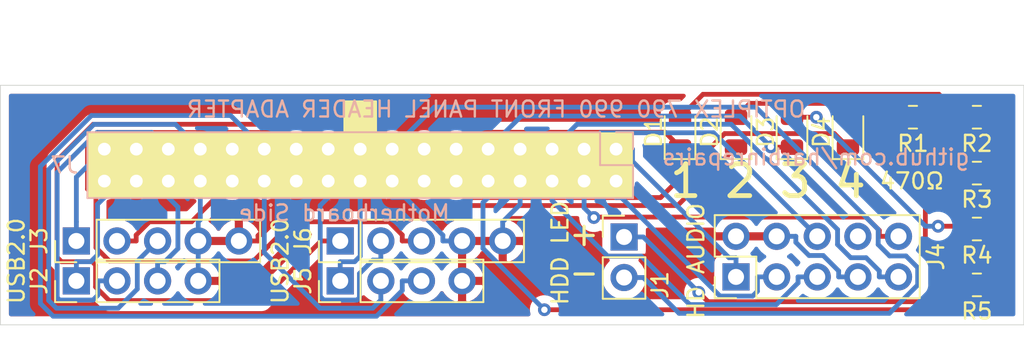
<source format=kicad_pcb>
(kicad_pcb (version 20171130) (host pcbnew "(5.1.0-0)")

  (general
    (thickness 1.6)
    (drawings 16)
    (tracks 247)
    (zones 0)
    (modules 16)
    (nets 33)
  )

  (page A4)
  (layers
    (0 F.Cu signal)
    (31 B.Cu signal)
    (32 B.Adhes user)
    (33 F.Adhes user)
    (34 B.Paste user)
    (35 F.Paste user)
    (36 B.SilkS user)
    (37 F.SilkS user)
    (38 B.Mask user)
    (39 F.Mask user)
    (40 Dwgs.User user)
    (41 Cmts.User user)
    (42 Eco1.User user)
    (43 Eco2.User user)
    (44 Edge.Cuts user)
    (45 Margin user)
    (46 B.CrtYd user)
    (47 F.CrtYd user)
    (48 B.Fab user)
    (49 F.Fab user)
  )

  (setup
    (last_trace_width 0.3)
    (trace_clearance 0.2)
    (zone_clearance 0.508)
    (zone_45_only no)
    (trace_min 0.2)
    (via_size 0.8)
    (via_drill 0.4)
    (via_min_size 0.4)
    (via_min_drill 0.3)
    (uvia_size 0.3)
    (uvia_drill 0.1)
    (uvias_allowed no)
    (uvia_min_size 0.2)
    (uvia_min_drill 0.1)
    (edge_width 0.05)
    (segment_width 0.2)
    (pcb_text_width 0.3)
    (pcb_text_size 1.5 1.5)
    (mod_edge_width 0.12)
    (mod_text_size 1 1)
    (mod_text_width 0.15)
    (pad_size 1.524 1.524)
    (pad_drill 0.762)
    (pad_to_mask_clearance 0.051)
    (solder_mask_min_width 0.25)
    (aux_axis_origin 0 0)
    (visible_elements FFFFFF7F)
    (pcbplotparams
      (layerselection 0x010fc_ffffffff)
      (usegerberextensions false)
      (usegerberattributes false)
      (usegerberadvancedattributes false)
      (creategerberjobfile false)
      (excludeedgelayer true)
      (linewidth 0.100000)
      (plotframeref false)
      (viasonmask false)
      (mode 1)
      (useauxorigin false)
      (hpglpennumber 1)
      (hpglpenspeed 20)
      (hpglpendiameter 15.000000)
      (psnegative false)
      (psa4output false)
      (plotreference true)
      (plotvalue true)
      (plotinvisibletext false)
      (padsonsilk false)
      (subtractmaskfromsilk false)
      (outputformat 1)
      (mirror false)
      (drillshape 0)
      (scaleselection 1)
      (outputdirectory ""))
  )

  (net 0 "")
  (net 1 "Net-(D1-Pad2)")
  (net 2 LED1)
  (net 3 "Net-(D2-Pad2)")
  (net 4 LED2)
  (net 5 "Net-(D3-Pad2)")
  (net 6 LED3)
  (net 7 "Net-(D4-Pad2)")
  (net 8 LED4)
  (net 9 HDD_LED)
  (net 10 "Net-(J1-Pad1)")
  (net 11 GND)
  (net 12 USB_D+_1)
  (net 13 USB_D-_1)
  (net 14 USB_VCC1)
  (net 15 USB_D+_2)
  (net 16 USB_D-_2)
  (net 17 USB_VCC2)
  (net 18 HEADPHONE_DET)
  (net 19 HEADPHONE_L)
  (net 20 "Net-(J4-Pad8)")
  (net 21 MIC_DET)
  (net 22 HEADPHONE_R)
  (net 23 MIC_R)
  (net 24 MIC_L)
  (net 25 USB_D+_3)
  (net 26 USB_D-_3)
  (net 27 USB_VCC3)
  (net 28 USB_D+_4)
  (net 29 USB_D-_4)
  (net 30 USB_VCC4)
  (net 31 "Net-(J7-Pad13)")
  (net 32 +5V)

  (net_class Default "This is the default net class."
    (clearance 0.2)
    (trace_width 0.3)
    (via_dia 0.8)
    (via_drill 0.4)
    (uvia_dia 0.3)
    (uvia_drill 0.1)
    (add_net +5V)
    (add_net GND)
    (add_net HDD_LED)
    (add_net HEADPHONE_DET)
    (add_net HEADPHONE_L)
    (add_net HEADPHONE_R)
    (add_net LED1)
    (add_net LED2)
    (add_net LED3)
    (add_net LED4)
    (add_net MIC_DET)
    (add_net MIC_L)
    (add_net MIC_R)
    (add_net "Net-(D1-Pad2)")
    (add_net "Net-(D2-Pad2)")
    (add_net "Net-(D3-Pad2)")
    (add_net "Net-(D4-Pad2)")
    (add_net "Net-(J1-Pad1)")
    (add_net "Net-(J4-Pad8)")
    (add_net "Net-(J7-Pad13)")
    (add_net USB_D+_1)
    (add_net USB_D+_2)
    (add_net USB_D+_3)
    (add_net USB_D+_4)
    (add_net USB_D-_1)
    (add_net USB_D-_2)
    (add_net USB_D-_3)
    (add_net USB_D-_4)
    (add_net USB_VCC1)
    (add_net USB_VCC2)
    (add_net USB_VCC3)
    (add_net USB_VCC4)
  )

  (module Resistor_SMD:R_0805_2012Metric (layer F.Cu) (tedit 5B36C52B) (tstamp 5E618C62)
    (at 182.562 58 180)
    (descr "Resistor SMD 0805 (2012 Metric), square (rectangular) end terminal, IPC_7351 nominal, (Body size source: https://docs.google.com/spreadsheets/d/1BsfQQcO9C6DZCsRaXUlFlo91Tg2WpOkGARC1WS5S8t0/edit?usp=sharing), generated with kicad-footprint-generator")
    (tags resistor)
    (path /5E65F64A)
    (attr smd)
    (fp_text reference R5 (at 0 -1.65 180) (layer F.SilkS)
      (effects (font (size 1 1) (thickness 0.15)))
    )
    (fp_text value 470 (at 0 1.65 180) (layer F.Fab)
      (effects (font (size 1 1) (thickness 0.15)))
    )
    (fp_text user %R (at 0 0 180) (layer F.Fab)
      (effects (font (size 0.5 0.5) (thickness 0.08)))
    )
    (fp_line (start 1.68 0.95) (end -1.68 0.95) (layer F.CrtYd) (width 0.05))
    (fp_line (start 1.68 -0.95) (end 1.68 0.95) (layer F.CrtYd) (width 0.05))
    (fp_line (start -1.68 -0.95) (end 1.68 -0.95) (layer F.CrtYd) (width 0.05))
    (fp_line (start -1.68 0.95) (end -1.68 -0.95) (layer F.CrtYd) (width 0.05))
    (fp_line (start -0.258578 0.71) (end 0.258578 0.71) (layer F.SilkS) (width 0.12))
    (fp_line (start -0.258578 -0.71) (end 0.258578 -0.71) (layer F.SilkS) (width 0.12))
    (fp_line (start 1 0.6) (end -1 0.6) (layer F.Fab) (width 0.1))
    (fp_line (start 1 -0.6) (end 1 0.6) (layer F.Fab) (width 0.1))
    (fp_line (start -1 -0.6) (end 1 -0.6) (layer F.Fab) (width 0.1))
    (fp_line (start -1 0.6) (end -1 -0.6) (layer F.Fab) (width 0.1))
    (pad 2 smd roundrect (at 0.9375 0 180) (size 0.975 1.4) (layers F.Cu F.Paste F.Mask) (roundrect_rratio 0.25)
      (net 7 "Net-(D4-Pad2)"))
    (pad 1 smd roundrect (at -0.9375 0 180) (size 0.975 1.4) (layers F.Cu F.Paste F.Mask) (roundrect_rratio 0.25)
      (net 32 +5V))
    (model ${KISYS3DMOD}/Resistor_SMD.3dshapes/R_0805_2012Metric.wrl
      (at (xyz 0 0 0))
      (scale (xyz 1 1 1))
      (rotate (xyz 0 0 0))
    )
  )

  (module Resistor_SMD:R_0805_2012Metric (layer F.Cu) (tedit 5B36C52B) (tstamp 5E617A2D)
    (at 182.562 54.5 180)
    (descr "Resistor SMD 0805 (2012 Metric), square (rectangular) end terminal, IPC_7351 nominal, (Body size source: https://docs.google.com/spreadsheets/d/1BsfQQcO9C6DZCsRaXUlFlo91Tg2WpOkGARC1WS5S8t0/edit?usp=sharing), generated with kicad-footprint-generator")
    (tags resistor)
    (path /5E65EB65)
    (attr smd)
    (fp_text reference R4 (at 0 -1.65 180) (layer F.SilkS)
      (effects (font (size 1 1) (thickness 0.15)))
    )
    (fp_text value 470 (at 0 1.65 180) (layer F.Fab)
      (effects (font (size 1 1) (thickness 0.15)))
    )
    (fp_text user %R (at 0 0 180) (layer F.Fab)
      (effects (font (size 0.5 0.5) (thickness 0.08)))
    )
    (fp_line (start 1.68 0.95) (end -1.68 0.95) (layer F.CrtYd) (width 0.05))
    (fp_line (start 1.68 -0.95) (end 1.68 0.95) (layer F.CrtYd) (width 0.05))
    (fp_line (start -1.68 -0.95) (end 1.68 -0.95) (layer F.CrtYd) (width 0.05))
    (fp_line (start -1.68 0.95) (end -1.68 -0.95) (layer F.CrtYd) (width 0.05))
    (fp_line (start -0.258578 0.71) (end 0.258578 0.71) (layer F.SilkS) (width 0.12))
    (fp_line (start -0.258578 -0.71) (end 0.258578 -0.71) (layer F.SilkS) (width 0.12))
    (fp_line (start 1 0.6) (end -1 0.6) (layer F.Fab) (width 0.1))
    (fp_line (start 1 -0.6) (end 1 0.6) (layer F.Fab) (width 0.1))
    (fp_line (start -1 -0.6) (end 1 -0.6) (layer F.Fab) (width 0.1))
    (fp_line (start -1 0.6) (end -1 -0.6) (layer F.Fab) (width 0.1))
    (pad 2 smd roundrect (at 0.9375 0 180) (size 0.975 1.4) (layers F.Cu F.Paste F.Mask) (roundrect_rratio 0.25)
      (net 5 "Net-(D3-Pad2)"))
    (pad 1 smd roundrect (at -0.9375 0 180) (size 0.975 1.4) (layers F.Cu F.Paste F.Mask) (roundrect_rratio 0.25)
      (net 32 +5V))
    (model ${KISYS3DMOD}/Resistor_SMD.3dshapes/R_0805_2012Metric.wrl
      (at (xyz 0 0 0))
      (scale (xyz 1 1 1))
      (rotate (xyz 0 0 0))
    )
  )

  (module Resistor_SMD:R_0805_2012Metric (layer F.Cu) (tedit 5B36C52B) (tstamp 5E618EAA)
    (at 182.562 51 180)
    (descr "Resistor SMD 0805 (2012 Metric), square (rectangular) end terminal, IPC_7351 nominal, (Body size source: https://docs.google.com/spreadsheets/d/1BsfQQcO9C6DZCsRaXUlFlo91Tg2WpOkGARC1WS5S8t0/edit?usp=sharing), generated with kicad-footprint-generator")
    (tags resistor)
    (path /5E65DE2E)
    (attr smd)
    (fp_text reference R3 (at 0 -1.65 180) (layer F.SilkS)
      (effects (font (size 1 1) (thickness 0.15)))
    )
    (fp_text value 470 (at 0 1.65 180) (layer F.Fab)
      (effects (font (size 1 1) (thickness 0.15)))
    )
    (fp_text user %R (at 0 0 180) (layer F.Fab)
      (effects (font (size 0.5 0.5) (thickness 0.08)))
    )
    (fp_line (start 1.68 0.95) (end -1.68 0.95) (layer F.CrtYd) (width 0.05))
    (fp_line (start 1.68 -0.95) (end 1.68 0.95) (layer F.CrtYd) (width 0.05))
    (fp_line (start -1.68 -0.95) (end 1.68 -0.95) (layer F.CrtYd) (width 0.05))
    (fp_line (start -1.68 0.95) (end -1.68 -0.95) (layer F.CrtYd) (width 0.05))
    (fp_line (start -0.258578 0.71) (end 0.258578 0.71) (layer F.SilkS) (width 0.12))
    (fp_line (start -0.258578 -0.71) (end 0.258578 -0.71) (layer F.SilkS) (width 0.12))
    (fp_line (start 1 0.6) (end -1 0.6) (layer F.Fab) (width 0.1))
    (fp_line (start 1 -0.6) (end 1 0.6) (layer F.Fab) (width 0.1))
    (fp_line (start -1 -0.6) (end 1 -0.6) (layer F.Fab) (width 0.1))
    (fp_line (start -1 0.6) (end -1 -0.6) (layer F.Fab) (width 0.1))
    (pad 2 smd roundrect (at 0.9375 0 180) (size 0.975 1.4) (layers F.Cu F.Paste F.Mask) (roundrect_rratio 0.25)
      (net 3 "Net-(D2-Pad2)"))
    (pad 1 smd roundrect (at -0.9375 0 180) (size 0.975 1.4) (layers F.Cu F.Paste F.Mask) (roundrect_rratio 0.25)
      (net 32 +5V))
    (model ${KISYS3DMOD}/Resistor_SMD.3dshapes/R_0805_2012Metric.wrl
      (at (xyz 0 0 0))
      (scale (xyz 1 1 1))
      (rotate (xyz 0 0 0))
    )
  )

  (module Resistor_SMD:R_0805_2012Metric (layer F.Cu) (tedit 5B36C52B) (tstamp 5E617A0B)
    (at 182.562 47.5 180)
    (descr "Resistor SMD 0805 (2012 Metric), square (rectangular) end terminal, IPC_7351 nominal, (Body size source: https://docs.google.com/spreadsheets/d/1BsfQQcO9C6DZCsRaXUlFlo91Tg2WpOkGARC1WS5S8t0/edit?usp=sharing), generated with kicad-footprint-generator")
    (tags resistor)
    (path /5E659F18)
    (attr smd)
    (fp_text reference R2 (at 0 -1.65 180) (layer F.SilkS)
      (effects (font (size 1 1) (thickness 0.15)))
    )
    (fp_text value 470 (at 0 1.65 180) (layer F.Fab)
      (effects (font (size 1 1) (thickness 0.15)))
    )
    (fp_text user %R (at 0 0 180) (layer F.Fab)
      (effects (font (size 0.5 0.5) (thickness 0.08)))
    )
    (fp_line (start 1.68 0.95) (end -1.68 0.95) (layer F.CrtYd) (width 0.05))
    (fp_line (start 1.68 -0.95) (end 1.68 0.95) (layer F.CrtYd) (width 0.05))
    (fp_line (start -1.68 -0.95) (end 1.68 -0.95) (layer F.CrtYd) (width 0.05))
    (fp_line (start -1.68 0.95) (end -1.68 -0.95) (layer F.CrtYd) (width 0.05))
    (fp_line (start -0.258578 0.71) (end 0.258578 0.71) (layer F.SilkS) (width 0.12))
    (fp_line (start -0.258578 -0.71) (end 0.258578 -0.71) (layer F.SilkS) (width 0.12))
    (fp_line (start 1 0.6) (end -1 0.6) (layer F.Fab) (width 0.1))
    (fp_line (start 1 -0.6) (end 1 0.6) (layer F.Fab) (width 0.1))
    (fp_line (start -1 -0.6) (end 1 -0.6) (layer F.Fab) (width 0.1))
    (fp_line (start -1 0.6) (end -1 -0.6) (layer F.Fab) (width 0.1))
    (pad 2 smd roundrect (at 0.9375 0 180) (size 0.975 1.4) (layers F.Cu F.Paste F.Mask) (roundrect_rratio 0.25)
      (net 1 "Net-(D1-Pad2)"))
    (pad 1 smd roundrect (at -0.9375 0 180) (size 0.975 1.4) (layers F.Cu F.Paste F.Mask) (roundrect_rratio 0.25)
      (net 32 +5V))
    (model ${KISYS3DMOD}/Resistor_SMD.3dshapes/R_0805_2012Metric.wrl
      (at (xyz 0 0 0))
      (scale (xyz 1 1 1))
      (rotate (xyz 0 0 0))
    )
  )

  (module Resistor_SMD:R_0805_2012Metric (layer F.Cu) (tedit 5B36C52B) (tstamp 5E6179FA)
    (at 178.562 47.5 180)
    (descr "Resistor SMD 0805 (2012 Metric), square (rectangular) end terminal, IPC_7351 nominal, (Body size source: https://docs.google.com/spreadsheets/d/1BsfQQcO9C6DZCsRaXUlFlo91Tg2WpOkGARC1WS5S8t0/edit?usp=sharing), generated with kicad-footprint-generator")
    (tags resistor)
    (path /5E6696A3)
    (attr smd)
    (fp_text reference R1 (at 0 -1.65 180) (layer F.SilkS)
      (effects (font (size 1 1) (thickness 0.15)))
    )
    (fp_text value 470Ω (at 0.0625 -4 180) (layer F.SilkS)
      (effects (font (size 1 1) (thickness 0.15)))
    )
    (fp_text user %R (at 0 0 180) (layer F.Fab)
      (effects (font (size 0.5 0.5) (thickness 0.08)))
    )
    (fp_line (start 1.68 0.95) (end -1.68 0.95) (layer F.CrtYd) (width 0.05))
    (fp_line (start 1.68 -0.95) (end 1.68 0.95) (layer F.CrtYd) (width 0.05))
    (fp_line (start -1.68 -0.95) (end 1.68 -0.95) (layer F.CrtYd) (width 0.05))
    (fp_line (start -1.68 0.95) (end -1.68 -0.95) (layer F.CrtYd) (width 0.05))
    (fp_line (start -0.258578 0.71) (end 0.258578 0.71) (layer F.SilkS) (width 0.12))
    (fp_line (start -0.258578 -0.71) (end 0.258578 -0.71) (layer F.SilkS) (width 0.12))
    (fp_line (start 1 0.6) (end -1 0.6) (layer F.Fab) (width 0.1))
    (fp_line (start 1 -0.6) (end 1 0.6) (layer F.Fab) (width 0.1))
    (fp_line (start -1 -0.6) (end 1 -0.6) (layer F.Fab) (width 0.1))
    (fp_line (start -1 0.6) (end -1 -0.6) (layer F.Fab) (width 0.1))
    (pad 2 smd roundrect (at 0.9375 0 180) (size 0.975 1.4) (layers F.Cu F.Paste F.Mask) (roundrect_rratio 0.25)
      (net 10 "Net-(J1-Pad1)"))
    (pad 1 smd roundrect (at -0.9375 0 180) (size 0.975 1.4) (layers F.Cu F.Paste F.Mask) (roundrect_rratio 0.25)
      (net 32 +5V))
    (model ${KISYS3DMOD}/Resistor_SMD.3dshapes/R_0805_2012Metric.wrl
      (at (xyz 0 0 0))
      (scale (xyz 1 1 1))
      (rotate (xyz 0 0 0))
    )
  )

  (module Connector_PinSocket_2.00mm:PinSocket_2x17_P2.00mm_Vertical (layer B.Cu) (tedit 5A19A42F) (tstamp 5E6179E9)
    (at 160 49.5 90)
    (descr "Through hole straight socket strip, 2x17, 2.00mm pitch, double cols (from Kicad 4.0.7), script generated")
    (tags "Through hole socket strip THT 2x17 2.00mm double row")
    (path /5E65070E)
    (fp_text reference J7 (at -1 -34.5) (layer B.SilkS)
      (effects (font (size 1 1) (thickness 0.15)) (justify mirror))
    )
    (fp_text value MOTHERBOARD_CONNECTOR (at -1 -34.5 90) (layer B.Fab)
      (effects (font (size 1 1) (thickness 0.15)) (justify mirror))
    )
    (fp_text user %R (at -1 -16) (layer B.Fab)
      (effects (font (size 1 1) (thickness 0.15)) (justify mirror))
    )
    (fp_line (start -3.5 -33.5) (end -3.5 1.5) (layer B.CrtYd) (width 0.05))
    (fp_line (start 1.5 -33.5) (end -3.5 -33.5) (layer B.CrtYd) (width 0.05))
    (fp_line (start 1.5 1.5) (end 1.5 -33.5) (layer B.CrtYd) (width 0.05))
    (fp_line (start -3.5 1.5) (end 1.5 1.5) (layer B.CrtYd) (width 0.05))
    (fp_line (start 0 1.06) (end 1.06 1.06) (layer B.SilkS) (width 0.12))
    (fp_line (start 1.06 1.06) (end 1.06 0) (layer B.SilkS) (width 0.12))
    (fp_line (start -1 1.06) (end -1 -1) (layer B.SilkS) (width 0.12))
    (fp_line (start -1 -1) (end 1.06 -1) (layer B.SilkS) (width 0.12))
    (fp_line (start 1.06 -1) (end 1.06 -33.06) (layer B.SilkS) (width 0.12))
    (fp_line (start -3.06 -33.06) (end 1.06 -33.06) (layer B.SilkS) (width 0.12))
    (fp_line (start -3.06 1.06) (end -3.06 -33.06) (layer B.SilkS) (width 0.12))
    (fp_line (start -3.06 1.06) (end -1 1.06) (layer B.SilkS) (width 0.12))
    (fp_line (start -3 -33) (end -3 1) (layer B.Fab) (width 0.1))
    (fp_line (start 1 -33) (end -3 -33) (layer B.Fab) (width 0.1))
    (fp_line (start 1 0) (end 1 -33) (layer B.Fab) (width 0.1))
    (fp_line (start 0 1) (end 1 0) (layer B.Fab) (width 0.1))
    (fp_line (start -3 1) (end 0 1) (layer B.Fab) (width 0.1))
    (pad 34 thru_hole oval (at -2 -32 90) (size 1.35 1.35) (drill 0.8) (layers *.Cu *.Mask)
      (net 14 USB_VCC1))
    (pad 33 thru_hole oval (at 0 -32 90) (size 1.35 1.35) (drill 0.8) (layers *.Cu *.Mask)
      (net 17 USB_VCC2))
    (pad 32 thru_hole oval (at -2 -30 90) (size 1.35 1.35) (drill 0.8) (layers *.Cu *.Mask)
      (net 11 GND))
    (pad 31 thru_hole oval (at 0 -30 90) (size 1.35 1.35) (drill 0.8) (layers *.Cu *.Mask)
      (net 11 GND))
    (pad 30 thru_hole oval (at -2 -28 90) (size 1.35 1.35) (drill 0.8) (layers *.Cu *.Mask)
      (net 12 USB_D+_1))
    (pad 29 thru_hole oval (at 0 -28 90) (size 1.35 1.35) (drill 0.8) (layers *.Cu *.Mask)
      (net 13 USB_D-_1))
    (pad 28 thru_hole oval (at -2 -26 90) (size 1.35 1.35) (drill 0.8) (layers *.Cu *.Mask)
      (net 11 GND))
    (pad 27 thru_hole oval (at 0 -26 90) (size 1.35 1.35) (drill 0.8) (layers *.Cu *.Mask)
      (net 15 USB_D+_2))
    (pad 26 thru_hole oval (at -2 -24 90) (size 1.35 1.35) (drill 0.8) (layers *.Cu *.Mask)
      (net 16 USB_D-_2))
    (pad 25 thru_hole oval (at 0 -24 90) (size 1.35 1.35) (drill 0.8) (layers *.Cu *.Mask)
      (net 11 GND))
    (pad 24 thru_hole oval (at -2 -22 90) (size 1.35 1.35) (drill 0.8) (layers *.Cu *.Mask)
      (net 26 USB_D-_3))
    (pad 23 thru_hole oval (at 0 -22 90) (size 1.35 1.35) (drill 0.8) (layers *.Cu *.Mask)
      (net 25 USB_D+_3))
    (pad 22 thru_hole oval (at -2 -20 90) (size 1.35 1.35) (drill 0.8) (layers *.Cu *.Mask)
      (net 11 GND))
    (pad 21 thru_hole oval (at 0 -20 90) (size 1.35 1.35) (drill 0.8) (layers *.Cu *.Mask)
      (net 28 USB_D+_4))
    (pad 20 thru_hole oval (at -2 -18 90) (size 1.35 1.35) (drill 0.8) (layers *.Cu *.Mask)
      (net 29 USB_D-_4))
    (pad 19 thru_hole oval (at 0 -18 90) (size 1.35 1.35) (drill 0.8) (layers *.Cu *.Mask)
      (net 11 GND))
    (pad 18 thru_hole oval (at -2 -16 90) (size 1.35 1.35) (drill 0.8) (layers *.Cu *.Mask)
      (net 27 USB_VCC3))
    (pad 17 thru_hole oval (at 0 -16 90) (size 1.35 1.35) (drill 0.8) (layers *.Cu *.Mask)
      (net 30 USB_VCC4))
    (pad 16 thru_hole oval (at -2 -14 90) (size 1.35 1.35) (drill 0.8) (layers *.Cu *.Mask)
      (net 11 GND))
    (pad 15 thru_hole oval (at 0 -14 90) (size 1.35 1.35) (drill 0.8) (layers *.Cu *.Mask)
      (net 9 HDD_LED))
    (pad 14 thru_hole oval (at -2 -12 90) (size 1.35 1.35) (drill 0.8) (layers *.Cu *.Mask)
      (net 4 LED2))
    (pad 13 thru_hole oval (at 0 -12 90) (size 1.35 1.35) (drill 0.8) (layers *.Cu *.Mask)
      (net 31 "Net-(J7-Pad13)"))
    (pad 12 thru_hole oval (at -2 -10 90) (size 1.35 1.35) (drill 0.8) (layers *.Cu *.Mask)
      (net 8 LED4))
    (pad 11 thru_hole oval (at 0 -10 90) (size 1.35 1.35) (drill 0.8) (layers *.Cu *.Mask)
      (net 2 LED1))
    (pad 10 thru_hole oval (at -2 -8 90) (size 1.35 1.35) (drill 0.8) (layers *.Cu *.Mask)
      (net 32 +5V))
    (pad 9 thru_hole oval (at 0 -8 90) (size 1.35 1.35) (drill 0.8) (layers *.Cu *.Mask)
      (net 6 LED3))
    (pad 8 thru_hole oval (at -2 -6 90) (size 1.35 1.35) (drill 0.8) (layers *.Cu *.Mask)
      (net 11 GND))
    (pad 7 thru_hole oval (at 0 -6 90) (size 1.35 1.35) (drill 0.8) (layers *.Cu *.Mask)
      (net 11 GND))
    (pad 6 thru_hole oval (at -2 -4 90) (size 1.35 1.35) (drill 0.8) (layers *.Cu *.Mask)
      (net 22 HEADPHONE_R))
    (pad 5 thru_hole oval (at 0 -4 90) (size 1.35 1.35) (drill 0.8) (layers *.Cu *.Mask)
      (net 19 HEADPHONE_L))
    (pad 4 thru_hole oval (at -2 -2 90) (size 1.35 1.35) (drill 0.8) (layers *.Cu *.Mask)
      (net 18 HEADPHONE_DET))
    (pad 3 thru_hole oval (at 0 -2 90) (size 1.35 1.35) (drill 0.8) (layers *.Cu *.Mask)
      (net 21 MIC_DET))
    (pad 2 thru_hole oval (at -2 0 90) (size 1.35 1.35) (drill 0.8) (layers *.Cu *.Mask)
      (net 23 MIC_R))
    (pad 1 thru_hole rect (at 0 0 90) (size 1.35 1.35) (drill 0.8) (layers *.Cu *.Mask)
      (net 24 MIC_L))
    (model ${KISYS3DMOD}/Connector_PinSocket_2.00mm.3dshapes/PinSocket_2x17_P2.00mm_Vertical.wrl
      (at (xyz 0 0 0))
      (scale (xyz 1 1 1))
      (rotate (xyz 0 0 0))
    )
  )

  (module Connector_PinHeader_2.54mm:PinHeader_1x05_P2.54mm_Vertical (layer F.Cu) (tedit 59FED5CC) (tstamp 5E6179B1)
    (at 142.75 55.25 90)
    (descr "Through hole straight pin header, 1x05, 2.54mm pitch, single row")
    (tags "Through hole pin header THT 1x05 2.54mm single row")
    (path /5E6CCA03)
    (fp_text reference J6 (at 0 -2.33 90) (layer F.SilkS)
      (effects (font (size 1 1) (thickness 0.15)))
    )
    (fp_text value Conn_01x05 (at 0 12.49 90) (layer F.Fab)
      (effects (font (size 1 1) (thickness 0.15)))
    )
    (fp_text user %R (at 0 5.08 180) (layer F.Fab)
      (effects (font (size 1 1) (thickness 0.15)))
    )
    (fp_line (start 1.8 -1.8) (end -1.8 -1.8) (layer F.CrtYd) (width 0.05))
    (fp_line (start 1.8 11.95) (end 1.8 -1.8) (layer F.CrtYd) (width 0.05))
    (fp_line (start -1.8 11.95) (end 1.8 11.95) (layer F.CrtYd) (width 0.05))
    (fp_line (start -1.8 -1.8) (end -1.8 11.95) (layer F.CrtYd) (width 0.05))
    (fp_line (start -1.33 -1.33) (end 0 -1.33) (layer F.SilkS) (width 0.12))
    (fp_line (start -1.33 0) (end -1.33 -1.33) (layer F.SilkS) (width 0.12))
    (fp_line (start -1.33 1.27) (end 1.33 1.27) (layer F.SilkS) (width 0.12))
    (fp_line (start 1.33 1.27) (end 1.33 11.49) (layer F.SilkS) (width 0.12))
    (fp_line (start -1.33 1.27) (end -1.33 11.49) (layer F.SilkS) (width 0.12))
    (fp_line (start -1.33 11.49) (end 1.33 11.49) (layer F.SilkS) (width 0.12))
    (fp_line (start -1.27 -0.635) (end -0.635 -1.27) (layer F.Fab) (width 0.1))
    (fp_line (start -1.27 11.43) (end -1.27 -0.635) (layer F.Fab) (width 0.1))
    (fp_line (start 1.27 11.43) (end -1.27 11.43) (layer F.Fab) (width 0.1))
    (fp_line (start 1.27 -1.27) (end 1.27 11.43) (layer F.Fab) (width 0.1))
    (fp_line (start -0.635 -1.27) (end 1.27 -1.27) (layer F.Fab) (width 0.1))
    (pad 5 thru_hole oval (at 0 10.16 90) (size 1.7 1.7) (drill 1) (layers *.Cu *.Mask)
      (net 11 GND))
    (pad 4 thru_hole oval (at 0 7.62 90) (size 1.7 1.7) (drill 1) (layers *.Cu *.Mask)
      (net 11 GND))
    (pad 3 thru_hole oval (at 0 5.08 90) (size 1.7 1.7) (drill 1) (layers *.Cu *.Mask)
      (net 28 USB_D+_4))
    (pad 2 thru_hole oval (at 0 2.54 90) (size 1.7 1.7) (drill 1) (layers *.Cu *.Mask)
      (net 29 USB_D-_4))
    (pad 1 thru_hole rect (at 0 0 90) (size 1.7 1.7) (drill 1) (layers *.Cu *.Mask)
      (net 30 USB_VCC4))
    (model ${KISYS3DMOD}/Connector_PinHeader_2.54mm.3dshapes/PinHeader_1x05_P2.54mm_Vertical.wrl
      (at (xyz 0 0 0))
      (scale (xyz 1 1 1))
      (rotate (xyz 0 0 0))
    )
  )

  (module Connector_PinHeader_2.54mm:PinHeader_1x04_P2.54mm_Vertical (layer F.Cu) (tedit 59FED5CC) (tstamp 5E617998)
    (at 142.75 57.75 90)
    (descr "Through hole straight pin header, 1x04, 2.54mm pitch, single row")
    (tags "Through hole pin header THT 1x04 2.54mm single row")
    (path /5E6CC9FD)
    (fp_text reference J5 (at 0 -2.33 90) (layer F.SilkS)
      (effects (font (size 1 1) (thickness 0.15)))
    )
    (fp_text value Conn_01x04 (at 0 9.95 90) (layer F.Fab)
      (effects (font (size 1 1) (thickness 0.15)))
    )
    (fp_text user %R (at 0 3.81 180) (layer F.Fab)
      (effects (font (size 1 1) (thickness 0.15)))
    )
    (fp_line (start 1.8 -1.8) (end -1.8 -1.8) (layer F.CrtYd) (width 0.05))
    (fp_line (start 1.8 9.4) (end 1.8 -1.8) (layer F.CrtYd) (width 0.05))
    (fp_line (start -1.8 9.4) (end 1.8 9.4) (layer F.CrtYd) (width 0.05))
    (fp_line (start -1.8 -1.8) (end -1.8 9.4) (layer F.CrtYd) (width 0.05))
    (fp_line (start -1.33 -1.33) (end 0 -1.33) (layer F.SilkS) (width 0.12))
    (fp_line (start -1.33 0) (end -1.33 -1.33) (layer F.SilkS) (width 0.12))
    (fp_line (start -1.33 1.27) (end 1.33 1.27) (layer F.SilkS) (width 0.12))
    (fp_line (start 1.33 1.27) (end 1.33 8.95) (layer F.SilkS) (width 0.12))
    (fp_line (start -1.33 1.27) (end -1.33 8.95) (layer F.SilkS) (width 0.12))
    (fp_line (start -1.33 8.95) (end 1.33 8.95) (layer F.SilkS) (width 0.12))
    (fp_line (start -1.27 -0.635) (end -0.635 -1.27) (layer F.Fab) (width 0.1))
    (fp_line (start -1.27 8.89) (end -1.27 -0.635) (layer F.Fab) (width 0.1))
    (fp_line (start 1.27 8.89) (end -1.27 8.89) (layer F.Fab) (width 0.1))
    (fp_line (start 1.27 -1.27) (end 1.27 8.89) (layer F.Fab) (width 0.1))
    (fp_line (start -0.635 -1.27) (end 1.27 -1.27) (layer F.Fab) (width 0.1))
    (pad 4 thru_hole oval (at 0 7.62 90) (size 1.7 1.7) (drill 1) (layers *.Cu *.Mask)
      (net 11 GND))
    (pad 3 thru_hole oval (at 0 5.08 90) (size 1.7 1.7) (drill 1) (layers *.Cu *.Mask)
      (net 25 USB_D+_3))
    (pad 2 thru_hole oval (at 0 2.54 90) (size 1.7 1.7) (drill 1) (layers *.Cu *.Mask)
      (net 26 USB_D-_3))
    (pad 1 thru_hole rect (at 0 0 90) (size 1.7 1.7) (drill 1) (layers *.Cu *.Mask)
      (net 27 USB_VCC3))
    (model ${KISYS3DMOD}/Connector_PinHeader_2.54mm.3dshapes/PinHeader_1x04_P2.54mm_Vertical.wrl
      (at (xyz 0 0 0))
      (scale (xyz 1 1 1))
      (rotate (xyz 0 0 0))
    )
  )

  (module Connector_PinHeader_2.54mm:PinHeader_2x05_P2.54mm_Vertical (layer F.Cu) (tedit 59FED5CC) (tstamp 5E617980)
    (at 167.5 57.5 90)
    (descr "Through hole straight pin header, 2x05, 2.54mm pitch, double rows")
    (tags "Through hole pin header THT 2x05 2.54mm double row")
    (path /5E6580A3)
    (fp_text reference J4 (at 1.27 12.5 90) (layer F.SilkS)
      (effects (font (size 1 1) (thickness 0.15)))
    )
    (fp_text value HDAUDIO_HEADER (at 1.27 12.49 90) (layer F.Fab)
      (effects (font (size 1 1) (thickness 0.15)))
    )
    (fp_text user %R (at 1.27 5.08 180) (layer F.Fab)
      (effects (font (size 1 1) (thickness 0.15)))
    )
    (fp_line (start 4.35 -1.8) (end -1.8 -1.8) (layer F.CrtYd) (width 0.05))
    (fp_line (start 4.35 11.95) (end 4.35 -1.8) (layer F.CrtYd) (width 0.05))
    (fp_line (start -1.8 11.95) (end 4.35 11.95) (layer F.CrtYd) (width 0.05))
    (fp_line (start -1.8 -1.8) (end -1.8 11.95) (layer F.CrtYd) (width 0.05))
    (fp_line (start -1.33 -1.33) (end 0 -1.33) (layer F.SilkS) (width 0.12))
    (fp_line (start -1.33 0) (end -1.33 -1.33) (layer F.SilkS) (width 0.12))
    (fp_line (start 1.27 -1.33) (end 3.87 -1.33) (layer F.SilkS) (width 0.12))
    (fp_line (start 1.27 1.27) (end 1.27 -1.33) (layer F.SilkS) (width 0.12))
    (fp_line (start -1.33 1.27) (end 1.27 1.27) (layer F.SilkS) (width 0.12))
    (fp_line (start 3.87 -1.33) (end 3.87 11.49) (layer F.SilkS) (width 0.12))
    (fp_line (start -1.33 1.27) (end -1.33 11.49) (layer F.SilkS) (width 0.12))
    (fp_line (start -1.33 11.49) (end 3.87 11.49) (layer F.SilkS) (width 0.12))
    (fp_line (start -1.27 0) (end 0 -1.27) (layer F.Fab) (width 0.1))
    (fp_line (start -1.27 11.43) (end -1.27 0) (layer F.Fab) (width 0.1))
    (fp_line (start 3.81 11.43) (end -1.27 11.43) (layer F.Fab) (width 0.1))
    (fp_line (start 3.81 -1.27) (end 3.81 11.43) (layer F.Fab) (width 0.1))
    (fp_line (start 0 -1.27) (end 3.81 -1.27) (layer F.Fab) (width 0.1))
    (pad 10 thru_hole oval (at 2.54 10.16 90) (size 1.7 1.7) (drill 1) (layers *.Cu *.Mask)
      (net 18 HEADPHONE_DET))
    (pad 9 thru_hole oval (at 0 10.16 90) (size 1.7 1.7) (drill 1) (layers *.Cu *.Mask)
      (net 19 HEADPHONE_L))
    (pad 8 thru_hole oval (at 2.54 7.62 90) (size 1.7 1.7) (drill 1) (layers *.Cu *.Mask)
      (net 20 "Net-(J4-Pad8)"))
    (pad 7 thru_hole oval (at 0 7.62 90) (size 1.7 1.7) (drill 1) (layers *.Cu *.Mask)
      (net 11 GND))
    (pad 6 thru_hole oval (at 2.54 5.08 90) (size 1.7 1.7) (drill 1) (layers *.Cu *.Mask)
      (net 21 MIC_DET))
    (pad 5 thru_hole oval (at 0 5.08 90) (size 1.7 1.7) (drill 1) (layers *.Cu *.Mask)
      (net 22 HEADPHONE_R))
    (pad 4 thru_hole oval (at 2.54 2.54 90) (size 1.7 1.7) (drill 1) (layers *.Cu *.Mask)
      (net 11 GND))
    (pad 3 thru_hole oval (at 0 2.54 90) (size 1.7 1.7) (drill 1) (layers *.Cu *.Mask)
      (net 23 MIC_R))
    (pad 2 thru_hole oval (at 2.54 0 90) (size 1.7 1.7) (drill 1) (layers *.Cu *.Mask)
      (net 11 GND))
    (pad 1 thru_hole rect (at 0 0 90) (size 1.7 1.7) (drill 1) (layers *.Cu *.Mask)
      (net 24 MIC_L))
    (model ${KISYS3DMOD}/Connector_PinHeader_2.54mm.3dshapes/PinHeader_2x05_P2.54mm_Vertical.wrl
      (at (xyz 0 0 0))
      (scale (xyz 1 1 1))
      (rotate (xyz 0 0 0))
    )
  )

  (module Connector_PinHeader_2.54mm:PinHeader_1x05_P2.54mm_Vertical (layer F.Cu) (tedit 59FED5CC) (tstamp 5E617960)
    (at 126.25 55.25 90)
    (descr "Through hole straight pin header, 1x05, 2.54mm pitch, single row")
    (tags "Through hole pin header THT 1x05 2.54mm single row")
    (path /5E654CCA)
    (fp_text reference J3 (at 0 -2.33 90) (layer F.SilkS)
      (effects (font (size 1 1) (thickness 0.15)))
    )
    (fp_text value Conn_01x05 (at 0 12.49 90) (layer F.Fab)
      (effects (font (size 1 1) (thickness 0.15)))
    )
    (fp_text user %R (at 0 5.08 180) (layer F.Fab)
      (effects (font (size 1 1) (thickness 0.15)))
    )
    (fp_line (start 1.8 -1.8) (end -1.8 -1.8) (layer F.CrtYd) (width 0.05))
    (fp_line (start 1.8 11.95) (end 1.8 -1.8) (layer F.CrtYd) (width 0.05))
    (fp_line (start -1.8 11.95) (end 1.8 11.95) (layer F.CrtYd) (width 0.05))
    (fp_line (start -1.8 -1.8) (end -1.8 11.95) (layer F.CrtYd) (width 0.05))
    (fp_line (start -1.33 -1.33) (end 0 -1.33) (layer F.SilkS) (width 0.12))
    (fp_line (start -1.33 0) (end -1.33 -1.33) (layer F.SilkS) (width 0.12))
    (fp_line (start -1.33 1.27) (end 1.33 1.27) (layer F.SilkS) (width 0.12))
    (fp_line (start 1.33 1.27) (end 1.33 11.49) (layer F.SilkS) (width 0.12))
    (fp_line (start -1.33 1.27) (end -1.33 11.49) (layer F.SilkS) (width 0.12))
    (fp_line (start -1.33 11.49) (end 1.33 11.49) (layer F.SilkS) (width 0.12))
    (fp_line (start -1.27 -0.635) (end -0.635 -1.27) (layer F.Fab) (width 0.1))
    (fp_line (start -1.27 11.43) (end -1.27 -0.635) (layer F.Fab) (width 0.1))
    (fp_line (start 1.27 11.43) (end -1.27 11.43) (layer F.Fab) (width 0.1))
    (fp_line (start 1.27 -1.27) (end 1.27 11.43) (layer F.Fab) (width 0.1))
    (fp_line (start -0.635 -1.27) (end 1.27 -1.27) (layer F.Fab) (width 0.1))
    (pad 5 thru_hole oval (at 0 10.16 90) (size 1.7 1.7) (drill 1) (layers *.Cu *.Mask)
      (net 11 GND))
    (pad 4 thru_hole oval (at 0 7.62 90) (size 1.7 1.7) (drill 1) (layers *.Cu *.Mask)
      (net 11 GND))
    (pad 3 thru_hole oval (at 0 5.08 90) (size 1.7 1.7) (drill 1) (layers *.Cu *.Mask)
      (net 15 USB_D+_2))
    (pad 2 thru_hole oval (at 0 2.54 90) (size 1.7 1.7) (drill 1) (layers *.Cu *.Mask)
      (net 16 USB_D-_2))
    (pad 1 thru_hole rect (at 0 0 90) (size 1.7 1.7) (drill 1) (layers *.Cu *.Mask)
      (net 17 USB_VCC2))
    (model ${KISYS3DMOD}/Connector_PinHeader_2.54mm.3dshapes/PinHeader_1x05_P2.54mm_Vertical.wrl
      (at (xyz 0 0 0))
      (scale (xyz 1 1 1))
      (rotate (xyz 0 0 0))
    )
  )

  (module Connector_PinHeader_2.54mm:PinHeader_1x04_P2.54mm_Vertical (layer F.Cu) (tedit 59FED5CC) (tstamp 5E617947)
    (at 126.25 57.75 90)
    (descr "Through hole straight pin header, 1x04, 2.54mm pitch, single row")
    (tags "Through hole pin header THT 1x04 2.54mm single row")
    (path /5E655658)
    (fp_text reference J2 (at 0 -2.33 90) (layer F.SilkS)
      (effects (font (size 1 1) (thickness 0.15)))
    )
    (fp_text value Conn_01x04 (at 0 9.95 90) (layer F.Fab)
      (effects (font (size 1 1) (thickness 0.15)))
    )
    (fp_text user %R (at 0 3.81 180) (layer F.Fab)
      (effects (font (size 1 1) (thickness 0.15)))
    )
    (fp_line (start 1.8 -1.8) (end -1.8 -1.8) (layer F.CrtYd) (width 0.05))
    (fp_line (start 1.8 9.4) (end 1.8 -1.8) (layer F.CrtYd) (width 0.05))
    (fp_line (start -1.8 9.4) (end 1.8 9.4) (layer F.CrtYd) (width 0.05))
    (fp_line (start -1.8 -1.8) (end -1.8 9.4) (layer F.CrtYd) (width 0.05))
    (fp_line (start -1.33 -1.33) (end 0 -1.33) (layer F.SilkS) (width 0.12))
    (fp_line (start -1.33 0) (end -1.33 -1.33) (layer F.SilkS) (width 0.12))
    (fp_line (start -1.33 1.27) (end 1.33 1.27) (layer F.SilkS) (width 0.12))
    (fp_line (start 1.33 1.27) (end 1.33 8.95) (layer F.SilkS) (width 0.12))
    (fp_line (start -1.33 1.27) (end -1.33 8.95) (layer F.SilkS) (width 0.12))
    (fp_line (start -1.33 8.95) (end 1.33 8.95) (layer F.SilkS) (width 0.12))
    (fp_line (start -1.27 -0.635) (end -0.635 -1.27) (layer F.Fab) (width 0.1))
    (fp_line (start -1.27 8.89) (end -1.27 -0.635) (layer F.Fab) (width 0.1))
    (fp_line (start 1.27 8.89) (end -1.27 8.89) (layer F.Fab) (width 0.1))
    (fp_line (start 1.27 -1.27) (end 1.27 8.89) (layer F.Fab) (width 0.1))
    (fp_line (start -0.635 -1.27) (end 1.27 -1.27) (layer F.Fab) (width 0.1))
    (pad 4 thru_hole oval (at 0 7.62 90) (size 1.7 1.7) (drill 1) (layers *.Cu *.Mask)
      (net 11 GND))
    (pad 3 thru_hole oval (at 0 5.08 90) (size 1.7 1.7) (drill 1) (layers *.Cu *.Mask)
      (net 12 USB_D+_1))
    (pad 2 thru_hole oval (at 0 2.54 90) (size 1.7 1.7) (drill 1) (layers *.Cu *.Mask)
      (net 13 USB_D-_1))
    (pad 1 thru_hole rect (at 0 0 90) (size 1.7 1.7) (drill 1) (layers *.Cu *.Mask)
      (net 14 USB_VCC1))
    (model ${KISYS3DMOD}/Connector_PinHeader_2.54mm.3dshapes/PinHeader_1x04_P2.54mm_Vertical.wrl
      (at (xyz 0 0 0))
      (scale (xyz 1 1 1))
      (rotate (xyz 0 0 0))
    )
  )

  (module Connector_PinHeader_2.54mm:PinHeader_1x02_P2.54mm_Vertical (layer F.Cu) (tedit 59FED5CC) (tstamp 5E61A8D2)
    (at 160.5 55)
    (descr "Through hole straight pin header, 1x02, 2.54mm pitch, single row")
    (tags "Through hole pin header THT 1x02 2.54mm single row")
    (path /5E661B58)
    (fp_text reference J1 (at 2.25 3 90) (layer F.SilkS)
      (effects (font (size 1 1) (thickness 0.15)))
    )
    (fp_text value HDD_LED_CONNECTOR (at 0 4.87) (layer F.Fab)
      (effects (font (size 1 1) (thickness 0.15)))
    )
    (fp_text user %R (at 0 1.27 270) (layer F.Fab)
      (effects (font (size 1 1) (thickness 0.15)))
    )
    (fp_line (start 1.8 -1.8) (end -1.8 -1.8) (layer F.CrtYd) (width 0.05))
    (fp_line (start 1.8 4.35) (end 1.8 -1.8) (layer F.CrtYd) (width 0.05))
    (fp_line (start -1.8 4.35) (end 1.8 4.35) (layer F.CrtYd) (width 0.05))
    (fp_line (start -1.8 -1.8) (end -1.8 4.35) (layer F.CrtYd) (width 0.05))
    (fp_line (start -1.33 -1.33) (end 0 -1.33) (layer F.SilkS) (width 0.12))
    (fp_line (start -1.33 0) (end -1.33 -1.33) (layer F.SilkS) (width 0.12))
    (fp_line (start -1.33 1.27) (end 1.33 1.27) (layer F.SilkS) (width 0.12))
    (fp_line (start 1.33 1.27) (end 1.33 3.87) (layer F.SilkS) (width 0.12))
    (fp_line (start -1.33 1.27) (end -1.33 3.87) (layer F.SilkS) (width 0.12))
    (fp_line (start -1.33 3.87) (end 1.33 3.87) (layer F.SilkS) (width 0.12))
    (fp_line (start -1.27 -0.635) (end -0.635 -1.27) (layer F.Fab) (width 0.1))
    (fp_line (start -1.27 3.81) (end -1.27 -0.635) (layer F.Fab) (width 0.1))
    (fp_line (start 1.27 3.81) (end -1.27 3.81) (layer F.Fab) (width 0.1))
    (fp_line (start 1.27 -1.27) (end 1.27 3.81) (layer F.Fab) (width 0.1))
    (fp_line (start -0.635 -1.27) (end 1.27 -1.27) (layer F.Fab) (width 0.1))
    (pad 2 thru_hole oval (at 0 2.54) (size 1.7 1.7) (drill 1) (layers *.Cu *.Mask)
      (net 9 HDD_LED))
    (pad 1 thru_hole rect (at 0 0) (size 1.7 1.7) (drill 1) (layers *.Cu *.Mask)
      (net 10 "Net-(J1-Pad1)"))
    (model ${KISYS3DMOD}/Connector_PinHeader_2.54mm.3dshapes/PinHeader_1x02_P2.54mm_Vertical.wrl
      (at (xyz 0 0 0))
      (scale (xyz 1 1 1))
      (rotate (xyz 0 0 0))
    )
  )

  (module LED_SMD:LED_0805_2012Metric (layer F.Cu) (tedit 5B36C52C) (tstamp 5E619DEC)
    (at 174.5 48.4375 90)
    (descr "LED SMD 0805 (2012 Metric), square (rectangular) end terminal, IPC_7351 nominal, (Body size source: https://docs.google.com/spreadsheets/d/1BsfQQcO9C6DZCsRaXUlFlo91Tg2WpOkGARC1WS5S8t0/edit?usp=sharing), generated with kicad-footprint-generator")
    (tags diode)
    (path /5E659996)
    (attr smd)
    (fp_text reference D4 (at 0 -1.65 90) (layer F.SilkS)
      (effects (font (size 1 1) (thickness 0.15)))
    )
    (fp_text value LED (at 0 1.65 90) (layer F.Fab)
      (effects (font (size 1 1) (thickness 0.15)))
    )
    (fp_text user %R (at 0 0 90) (layer F.Fab)
      (effects (font (size 0.5 0.5) (thickness 0.08)))
    )
    (fp_line (start 1.68 0.95) (end -1.68 0.95) (layer F.CrtYd) (width 0.05))
    (fp_line (start 1.68 -0.95) (end 1.68 0.95) (layer F.CrtYd) (width 0.05))
    (fp_line (start -1.68 -0.95) (end 1.68 -0.95) (layer F.CrtYd) (width 0.05))
    (fp_line (start -1.68 0.95) (end -1.68 -0.95) (layer F.CrtYd) (width 0.05))
    (fp_line (start -1.685 0.96) (end 1 0.96) (layer F.SilkS) (width 0.12))
    (fp_line (start -1.685 -0.96) (end -1.685 0.96) (layer F.SilkS) (width 0.12))
    (fp_line (start 1 -0.96) (end -1.685 -0.96) (layer F.SilkS) (width 0.12))
    (fp_line (start 1 0.6) (end 1 -0.6) (layer F.Fab) (width 0.1))
    (fp_line (start -1 0.6) (end 1 0.6) (layer F.Fab) (width 0.1))
    (fp_line (start -1 -0.3) (end -1 0.6) (layer F.Fab) (width 0.1))
    (fp_line (start -0.7 -0.6) (end -1 -0.3) (layer F.Fab) (width 0.1))
    (fp_line (start 1 -0.6) (end -0.7 -0.6) (layer F.Fab) (width 0.1))
    (pad 2 smd roundrect (at 0.9375 0 90) (size 0.975 1.4) (layers F.Cu F.Paste F.Mask) (roundrect_rratio 0.25)
      (net 7 "Net-(D4-Pad2)"))
    (pad 1 smd roundrect (at -0.9375 0 90) (size 0.975 1.4) (layers F.Cu F.Paste F.Mask) (roundrect_rratio 0.25)
      (net 8 LED4))
    (model ${KISYS3DMOD}/LED_SMD.3dshapes/LED_0805_2012Metric.wrl
      (at (xyz 0 0 0))
      (scale (xyz 1 1 1))
      (rotate (xyz 0 0 0))
    )
  )

  (module LED_SMD:LED_0805_2012Metric (layer F.Cu) (tedit 5B36C52C) (tstamp 5E619D80)
    (at 171 48.4375 90)
    (descr "LED SMD 0805 (2012 Metric), square (rectangular) end terminal, IPC_7351 nominal, (Body size source: https://docs.google.com/spreadsheets/d/1BsfQQcO9C6DZCsRaXUlFlo91Tg2WpOkGARC1WS5S8t0/edit?usp=sharing), generated with kicad-footprint-generator")
    (tags diode)
    (path /5E65DE28)
    (attr smd)
    (fp_text reference D3 (at 0 -1.65 90) (layer F.SilkS)
      (effects (font (size 1 1) (thickness 0.15)))
    )
    (fp_text value LED (at 0 1.65 90) (layer F.Fab)
      (effects (font (size 1 1) (thickness 0.15)))
    )
    (fp_text user %R (at 0 0 90) (layer F.Fab)
      (effects (font (size 0.5 0.5) (thickness 0.08)))
    )
    (fp_line (start 1.68 0.95) (end -1.68 0.95) (layer F.CrtYd) (width 0.05))
    (fp_line (start 1.68 -0.95) (end 1.68 0.95) (layer F.CrtYd) (width 0.05))
    (fp_line (start -1.68 -0.95) (end 1.68 -0.95) (layer F.CrtYd) (width 0.05))
    (fp_line (start -1.68 0.95) (end -1.68 -0.95) (layer F.CrtYd) (width 0.05))
    (fp_line (start -1.685 0.96) (end 1 0.96) (layer F.SilkS) (width 0.12))
    (fp_line (start -1.685 -0.96) (end -1.685 0.96) (layer F.SilkS) (width 0.12))
    (fp_line (start 1 -0.96) (end -1.685 -0.96) (layer F.SilkS) (width 0.12))
    (fp_line (start 1 0.6) (end 1 -0.6) (layer F.Fab) (width 0.1))
    (fp_line (start -1 0.6) (end 1 0.6) (layer F.Fab) (width 0.1))
    (fp_line (start -1 -0.3) (end -1 0.6) (layer F.Fab) (width 0.1))
    (fp_line (start -0.7 -0.6) (end -1 -0.3) (layer F.Fab) (width 0.1))
    (fp_line (start 1 -0.6) (end -0.7 -0.6) (layer F.Fab) (width 0.1))
    (pad 2 smd roundrect (at 0.9375 0 90) (size 0.975 1.4) (layers F.Cu F.Paste F.Mask) (roundrect_rratio 0.25)
      (net 5 "Net-(D3-Pad2)"))
    (pad 1 smd roundrect (at -0.9375 0 90) (size 0.975 1.4) (layers F.Cu F.Paste F.Mask) (roundrect_rratio 0.25)
      (net 6 LED3))
    (model ${KISYS3DMOD}/LED_SMD.3dshapes/LED_0805_2012Metric.wrl
      (at (xyz 0 0 0))
      (scale (xyz 1 1 1))
      (rotate (xyz 0 0 0))
    )
  )

  (module LED_SMD:LED_0805_2012Metric (layer F.Cu) (tedit 5B36C52C) (tstamp 5E619DB6)
    (at 167.5 48.4375 90)
    (descr "LED SMD 0805 (2012 Metric), square (rectangular) end terminal, IPC_7351 nominal, (Body size source: https://docs.google.com/spreadsheets/d/1BsfQQcO9C6DZCsRaXUlFlo91Tg2WpOkGARC1WS5S8t0/edit?usp=sharing), generated with kicad-footprint-generator")
    (tags diode)
    (path /5E65EB5F)
    (attr smd)
    (fp_text reference D2 (at 0 -1.65 90) (layer F.SilkS)
      (effects (font (size 1 1) (thickness 0.15)))
    )
    (fp_text value LED (at 0 1.65 90) (layer F.Fab)
      (effects (font (size 1 1) (thickness 0.15)))
    )
    (fp_text user %R (at 0 0 90) (layer F.Fab)
      (effects (font (size 0.5 0.5) (thickness 0.08)))
    )
    (fp_line (start 1.68 0.95) (end -1.68 0.95) (layer F.CrtYd) (width 0.05))
    (fp_line (start 1.68 -0.95) (end 1.68 0.95) (layer F.CrtYd) (width 0.05))
    (fp_line (start -1.68 -0.95) (end 1.68 -0.95) (layer F.CrtYd) (width 0.05))
    (fp_line (start -1.68 0.95) (end -1.68 -0.95) (layer F.CrtYd) (width 0.05))
    (fp_line (start -1.685 0.96) (end 1 0.96) (layer F.SilkS) (width 0.12))
    (fp_line (start -1.685 -0.96) (end -1.685 0.96) (layer F.SilkS) (width 0.12))
    (fp_line (start 1 -0.96) (end -1.685 -0.96) (layer F.SilkS) (width 0.12))
    (fp_line (start 1 0.6) (end 1 -0.6) (layer F.Fab) (width 0.1))
    (fp_line (start -1 0.6) (end 1 0.6) (layer F.Fab) (width 0.1))
    (fp_line (start -1 -0.3) (end -1 0.6) (layer F.Fab) (width 0.1))
    (fp_line (start -0.7 -0.6) (end -1 -0.3) (layer F.Fab) (width 0.1))
    (fp_line (start 1 -0.6) (end -0.7 -0.6) (layer F.Fab) (width 0.1))
    (pad 2 smd roundrect (at 0.9375 0 90) (size 0.975 1.4) (layers F.Cu F.Paste F.Mask) (roundrect_rratio 0.25)
      (net 3 "Net-(D2-Pad2)"))
    (pad 1 smd roundrect (at -0.9375 0 90) (size 0.975 1.4) (layers F.Cu F.Paste F.Mask) (roundrect_rratio 0.25)
      (net 4 LED2))
    (model ${KISYS3DMOD}/LED_SMD.3dshapes/LED_0805_2012Metric.wrl
      (at (xyz 0 0 0))
      (scale (xyz 1 1 1))
      (rotate (xyz 0 0 0))
    )
  )

  (module LED_SMD:LED_0805_2012Metric (layer F.Cu) (tedit 5B36C52C) (tstamp 5E619D4A)
    (at 164 48.4375 90)
    (descr "LED SMD 0805 (2012 Metric), square (rectangular) end terminal, IPC_7351 nominal, (Body size source: https://docs.google.com/spreadsheets/d/1BsfQQcO9C6DZCsRaXUlFlo91Tg2WpOkGARC1WS5S8t0/edit?usp=sharing), generated with kicad-footprint-generator")
    (tags diode)
    (path /5E65F644)
    (attr smd)
    (fp_text reference D1 (at 0 -1.65 90) (layer F.SilkS)
      (effects (font (size 1 1) (thickness 0.15)))
    )
    (fp_text value LED (at 0 1.65 90) (layer F.Fab)
      (effects (font (size 1 1) (thickness 0.15)))
    )
    (fp_text user %R (at 0 0 90) (layer F.Fab)
      (effects (font (size 0.5 0.5) (thickness 0.08)))
    )
    (fp_line (start 1.68 0.95) (end -1.68 0.95) (layer F.CrtYd) (width 0.05))
    (fp_line (start 1.68 -0.95) (end 1.68 0.95) (layer F.CrtYd) (width 0.05))
    (fp_line (start -1.68 -0.95) (end 1.68 -0.95) (layer F.CrtYd) (width 0.05))
    (fp_line (start -1.68 0.95) (end -1.68 -0.95) (layer F.CrtYd) (width 0.05))
    (fp_line (start -1.685 0.96) (end 1 0.96) (layer F.SilkS) (width 0.12))
    (fp_line (start -1.685 -0.96) (end -1.685 0.96) (layer F.SilkS) (width 0.12))
    (fp_line (start 1 -0.96) (end -1.685 -0.96) (layer F.SilkS) (width 0.12))
    (fp_line (start 1 0.6) (end 1 -0.6) (layer F.Fab) (width 0.1))
    (fp_line (start -1 0.6) (end 1 0.6) (layer F.Fab) (width 0.1))
    (fp_line (start -1 -0.3) (end -1 0.6) (layer F.Fab) (width 0.1))
    (fp_line (start -0.7 -0.6) (end -1 -0.3) (layer F.Fab) (width 0.1))
    (fp_line (start 1 -0.6) (end -0.7 -0.6) (layer F.Fab) (width 0.1))
    (pad 2 smd roundrect (at 0.9375 0 90) (size 0.975 1.4) (layers F.Cu F.Paste F.Mask) (roundrect_rratio 0.25)
      (net 1 "Net-(D1-Pad2)"))
    (pad 1 smd roundrect (at -0.9375 0 90) (size 0.975 1.4) (layers F.Cu F.Paste F.Mask) (roundrect_rratio 0.25)
      (net 2 LED1))
    (model ${KISYS3DMOD}/LED_SMD.3dshapes/LED_0805_2012Metric.wrl
      (at (xyz 0 0 0))
      (scale (xyz 1 1 1))
      (rotate (xyz 0 0 0))
    )
  )

  (gr_line (start 121.5 45.5) (end 121.5 60.5) (layer Edge.Cuts) (width 0.05) (tstamp 5E618561))
  (gr_line (start 185.5 45.5) (end 121.5 45.5) (layer Edge.Cuts) (width 0.05))
  (gr_line (start 185.5 46) (end 185.5 45.5) (layer Edge.Cuts) (width 0.05))
  (gr_line (start 185.5 60.5) (end 185.5 46) (layer Edge.Cuts) (width 0.05))
  (gr_line (start 121.5 60.5) (end 185.5 60.5) (layer Edge.Cuts) (width 0.05))
  (gr_text "Motherboard Side" (at 143 53.5) (layer B.SilkS)
    (effects (font (size 1 1) (thickness 0.15)) (justify mirror))
  )
  (gr_poly (pts (xy 143 50.5) (xy 143 46.5) (xy 145 46.5) (xy 145 50.5)) (layer F.SilkS) (width 0.1))
  (gr_poly (pts (xy 127 48.5) (xy 161 48.5) (xy 161 52.5) (xy 127 52.5)) (layer F.SilkS) (width 0.1))
  (gr_text github.com/harbinrepairs (at 172.5 50) (layer B.SilkS)
    (effects (font (size 1 1) (thickness 0.15)) (justify mirror))
  )
  (gr_text "OPTIPLEX 790 990 FRONT PANEL HEADER ADAPTER" (at 152.5 47) (layer B.SilkS)
    (effects (font (size 1 1) (thickness 0.15)) (justify mirror))
  )
  (gr_text "HD AUDIO" (at 165 56.5 90) (layer F.SilkS) (tstamp 5E619AF6)
    (effects (font (size 1 1) (thickness 0.15)))
  )
  (gr_text "HDD LED" (at 156.5 56 90) (layer F.SilkS)
    (effects (font (size 1 1) (thickness 0.15)))
  )
  (gr_text "+\n-" (at 158 56) (layer F.SilkS)
    (effects (font (size 1.5 1.5) (thickness 0.2)))
  )
  (gr_text USB2.0 (at 139 56.5 90) (layer F.SilkS) (tstamp 5E6187FC)
    (effects (font (size 1 1) (thickness 0.15)))
  )
  (gr_text USB2.0 (at 122.5 56.5 90) (layer F.SilkS) (tstamp 5E619E8A)
    (effects (font (size 1 1) (thickness 0.15)))
  )
  (gr_text "1 2 3 4" (at 169.5 51.5) (layer F.SilkS) (tstamp 5E619E11)
    (effects (font (size 2 2) (thickness 0.3)))
  )

  (segment (start 181.6245 47.5) (end 180.1895 46.065) (width 0.3) (layer F.Cu) (net 1))
  (segment (start 180.1895 46.065) (end 165.435 46.065) (width 0.3) (layer F.Cu) (net 1))
  (segment (start 165.435 46.065) (end 164 47.5) (width 0.3) (layer F.Cu) (net 1))
  (segment (start 164 49.375) (end 163.0682 48.4432) (width 0.3) (layer F.Cu) (net 2))
  (segment (start 163.0682 48.4432) (end 151.0568 48.4432) (width 0.3) (layer F.Cu) (net 2))
  (segment (start 151.0568 48.4432) (end 150 49.5) (width 0.3) (layer F.Cu) (net 2))
  (segment (start 167.5 47.5) (end 168.3678 46.6322) (width 0.3) (layer F.Cu) (net 3))
  (segment (start 168.3678 46.6322) (end 175.2163 46.6322) (width 0.3) (layer F.Cu) (net 3))
  (segment (start 175.2163 46.6322) (end 179.5841 51) (width 0.3) (layer F.Cu) (net 3))
  (segment (start 179.5841 51) (end 181.6245 51) (width 0.3) (layer F.Cu) (net 3))
  (segment (start 148 51.5) (end 149.5315 53.0315) (width 0.3) (layer F.Cu) (net 4))
  (segment (start 149.5315 53.0315) (end 163.8435 53.0315) (width 0.3) (layer F.Cu) (net 4))
  (segment (start 163.8435 53.0315) (end 167.5 49.375) (width 0.3) (layer F.Cu) (net 4))
  (segment (start 171 47.5) (end 172.5219 47.5) (width 0.3) (layer F.Cu) (net 5))
  (segment (start 180.1358 54.3267) (end 179.3486 54.3267) (width 0.3) (layer B.Cu) (net 5))
  (segment (start 179.3486 54.3267) (end 172.5219 47.5) (width 0.3) (layer B.Cu) (net 5))
  (segment (start 181.6245 54.5) (end 181.4512 54.3267) (width 0.3) (layer F.Cu) (net 5))
  (segment (start 181.4512 54.3267) (end 180.1358 54.3267) (width 0.3) (layer F.Cu) (net 5))
  (via (at 180.1358 54.3267) (size 0.8) (layers F.Cu B.Cu) (net 5))
  (via (at 172.5219 47.5) (size 0.8) (layers F.Cu B.Cu) (net 5))
  (segment (start 152 49.5) (end 154.0696 47.4304) (width 0.3) (layer B.Cu) (net 6))
  (segment (start 154.0696 47.4304) (end 167.7483 47.4304) (width 0.3) (layer B.Cu) (net 6))
  (segment (start 167.7483 47.4304) (end 169.6755 49.3576) (width 0.3) (layer B.Cu) (net 6))
  (segment (start 171 49.375) (end 169.6929 49.375) (width 0.3) (layer F.Cu) (net 6))
  (segment (start 169.6929 49.375) (end 169.6755 49.3576) (width 0.3) (layer F.Cu) (net 6))
  (via (at 169.6755 49.3576) (size 0.8) (layers F.Cu B.Cu) (net 6))
  (segment (start 174.5 47.5) (end 179.3401 52.3401) (width 0.3) (layer F.Cu) (net 7))
  (segment (start 179.3401 52.3401) (end 179.3401 55.7156) (width 0.3) (layer F.Cu) (net 7))
  (segment (start 179.3401 55.7156) (end 181.6245 58) (width 0.3) (layer F.Cu) (net 7))
  (segment (start 174.5 49.375) (end 173.6498 48.5248) (width 0.3) (layer F.Cu) (net 8))
  (segment (start 173.6498 48.5248) (end 166.7897 48.5248) (width 0.3) (layer F.Cu) (net 8))
  (segment (start 166.7897 48.5248) (end 162.7834 52.5311) (width 0.3) (layer F.Cu) (net 8))
  (segment (start 162.7834 52.5311) (end 151.0311 52.5311) (width 0.3) (layer F.Cu) (net 8))
  (segment (start 151.0311 52.5311) (end 150 51.5) (width 0.3) (layer F.Cu) (net 8))
  (segment (start 160.5 57.54) (end 161.7003 57.54) (width 0.3) (layer B.Cu) (net 9))
  (segment (start 161.7003 57.54) (end 163.9408 59.7805) (width 0.3) (layer B.Cu) (net 9))
  (segment (start 163.9408 59.7805) (end 177.0905 59.7805) (width 0.3) (layer B.Cu) (net 9))
  (segment (start 177.0905 59.7805) (end 178.8604 58.0106) (width 0.3) (layer B.Cu) (net 9))
  (segment (start 178.8604 58.0106) (end 178.8604 56.9182) (width 0.3) (layer B.Cu) (net 9))
  (segment (start 178.8604 56.9182) (end 178.1297 56.1875) (width 0.3) (layer B.Cu) (net 9))
  (segment (start 178.1297 56.1875) (end 177.1034 56.1875) (width 0.3) (layer B.Cu) (net 9))
  (segment (start 177.1034 56.1875) (end 176.39 55.4741) (width 0.3) (layer B.Cu) (net 9))
  (segment (start 176.39 55.4741) (end 176.39 54.5227) (width 0.3) (layer B.Cu) (net 9))
  (segment (start 176.39 54.5227) (end 168.7381 46.8708) (width 0.3) (layer B.Cu) (net 9))
  (segment (start 168.7381 46.8708) (end 148.6292 46.8708) (width 0.3) (layer B.Cu) (net 9))
  (segment (start 148.6292 46.8708) (end 146 49.5) (width 0.3) (layer B.Cu) (net 9))
  (segment (start 177.6245 47.5) (end 179.4934 49.3689) (width 0.3) (layer F.Cu) (net 10))
  (segment (start 179.4934 49.3689) (end 181.5342 49.3689) (width 0.3) (layer F.Cu) (net 10))
  (segment (start 181.5342 49.3689) (end 182.4658 50.3005) (width 0.3) (layer F.Cu) (net 10))
  (segment (start 182.4658 50.3005) (end 182.4658 58.7654) (width 0.3) (layer F.Cu) (net 10))
  (segment (start 182.4658 58.7654) (end 182.1774 59.0538) (width 0.3) (layer F.Cu) (net 10))
  (segment (start 182.1774 59.0538) (end 165.7541 59.0538) (width 0.3) (layer F.Cu) (net 10))
  (segment (start 165.7541 59.0538) (end 165.1705 58.4702) (width 0.3) (layer F.Cu) (net 10))
  (segment (start 161.7003 55) (end 165.1705 58.4702) (width 0.3) (layer B.Cu) (net 10))
  (segment (start 160.5 55) (end 161.7003 55) (width 0.3) (layer B.Cu) (net 10))
  (via (at 165.1705 58.4702) (size 0.8) (layers F.Cu B.Cu) (net 10))
  (segment (start 167.5 54.96) (end 166.2997 54.96) (width 0.3) (layer F.Cu) (net 11))
  (segment (start 166.2997 54.96) (end 165.0594 56.2003) (width 0.3) (layer F.Cu) (net 11))
  (segment (start 165.0594 56.2003) (end 155.0606 56.2003) (width 0.3) (layer F.Cu) (net 11))
  (segment (start 155.0606 56.2003) (end 154.1103 55.25) (width 0.3) (layer F.Cu) (net 11))
  (segment (start 170.04 54.96) (end 167.5 54.96) (width 0.3) (layer F.Cu) (net 11))
  (segment (start 152.91 55.25) (end 154.1103 55.25) (width 0.3) (layer F.Cu) (net 11))
  (segment (start 134 51.5) (end 136 49.5) (width 0.3) (layer F.Cu) (net 11))
  (segment (start 130 51.5) (end 131.0613 52.5613) (width 0.3) (layer F.Cu) (net 11))
  (segment (start 131.0613 52.5613) (end 132.9387 52.5613) (width 0.3) (layer F.Cu) (net 11))
  (segment (start 132.9387 52.5613) (end 134 51.5) (width 0.3) (layer F.Cu) (net 11))
  (segment (start 130 49.5) (end 130 51.5) (width 0.3) (layer B.Cu) (net 11))
  (segment (start 140 51.5) (end 142 49.5) (width 0.3) (layer B.Cu) (net 11))
  (segment (start 133.87 55.25) (end 133.87 54.0497) (width 0.3) (layer B.Cu) (net 11))
  (segment (start 133.87 54.0497) (end 134 53.9197) (width 0.3) (layer B.Cu) (net 11))
  (segment (start 134 53.9197) (end 134 52.5253) (width 0.3) (layer B.Cu) (net 11))
  (segment (start 133.87 55.25) (end 133.87 57.75) (width 0.3) (layer B.Cu) (net 11))
  (segment (start 134 51.5) (end 134 52.5253) (width 0.3) (layer B.Cu) (net 11))
  (segment (start 150.37 55.25) (end 150.37 56.5497) (width 0.3) (layer F.Cu) (net 11))
  (segment (start 150.37 55.25) (end 152.91 55.25) (width 0.3) (layer F.Cu) (net 11))
  (segment (start 150.37 57.75) (end 150.37 56.5497) (width 0.3) (layer F.Cu) (net 11))
  (segment (start 146 51.5) (end 146 52.5253) (width 0.3) (layer B.Cu) (net 11))
  (segment (start 150.37 55.25) (end 149.1697 55.25) (width 0.3) (layer B.Cu) (net 11))
  (segment (start 149.1697 55.25) (end 149.1697 54.8873) (width 0.3) (layer B.Cu) (net 11))
  (segment (start 149.1697 54.8873) (end 146.8077 52.5253) (width 0.3) (layer B.Cu) (net 11))
  (segment (start 146.8077 52.5253) (end 146 52.5253) (width 0.3) (layer B.Cu) (net 11))
  (segment (start 136.41 55.25) (end 137.6103 55.25) (width 0.3) (layer F.Cu) (net 11))
  (segment (start 137.6103 55.25) (end 137.6103 54.915) (width 0.3) (layer F.Cu) (net 11))
  (segment (start 137.6103 54.915) (end 140 52.5253) (width 0.3) (layer F.Cu) (net 11))
  (segment (start 146 51.5) (end 144.9747 52.5253) (width 0.3) (layer F.Cu) (net 11))
  (segment (start 144.9747 52.5253) (end 140 52.5253) (width 0.3) (layer F.Cu) (net 11))
  (segment (start 140 51.5) (end 140 52.5253) (width 0.3) (layer F.Cu) (net 11))
  (segment (start 133.87 55.25) (end 136.41 55.25) (width 0.3) (layer F.Cu) (net 11))
  (segment (start 154 49.5) (end 154 51.5) (width 0.3) (layer B.Cu) (net 11))
  (segment (start 152.91 55.25) (end 152.91 54.0497) (width 0.3) (layer B.Cu) (net 11))
  (segment (start 152.91 54.0497) (end 154 52.9597) (width 0.3) (layer B.Cu) (net 11))
  (segment (start 154 52.9597) (end 154 51.5) (width 0.3) (layer B.Cu) (net 11))
  (segment (start 175.12 57.5) (end 173.9197 57.5) (width 0.3) (layer B.Cu) (net 11))
  (segment (start 170.04 54.96) (end 171.2403 54.96) (width 0.3) (layer B.Cu) (net 11))
  (segment (start 171.2403 54.96) (end 171.2403 55.3352) (width 0.3) (layer B.Cu) (net 11))
  (segment (start 171.2403 55.3352) (end 172.0654 56.1603) (width 0.3) (layer B.Cu) (net 11))
  (segment (start 172.0654 56.1603) (end 172.953 56.1603) (width 0.3) (layer B.Cu) (net 11))
  (segment (start 172.953 56.1603) (end 173.9197 57.127) (width 0.3) (layer B.Cu) (net 11))
  (segment (start 173.9197 57.127) (end 173.9197 57.5) (width 0.3) (layer B.Cu) (net 11))
  (segment (start 132 51.5) (end 132 52.5253) (width 0.3) (layer B.Cu) (net 12))
  (segment (start 131.33 57.75) (end 131.33 56.5497) (width 0.3) (layer B.Cu) (net 12))
  (segment (start 131.33 56.5497) (end 131.7801 56.5497) (width 0.3) (layer B.Cu) (net 12))
  (segment (start 131.7801 56.5497) (end 132.6 55.7298) (width 0.3) (layer B.Cu) (net 12))
  (segment (start 132.6 55.7298) (end 132.6 53.1253) (width 0.3) (layer B.Cu) (net 12))
  (segment (start 132.6 53.1253) (end 132 52.5253) (width 0.3) (layer B.Cu) (net 12))
  (segment (start 128.79 57.75) (end 127.5897 57.75) (width 0.3) (layer B.Cu) (net 13))
  (segment (start 127.5897 57.75) (end 127.5897 58.6502) (width 0.3) (layer B.Cu) (net 13))
  (segment (start 127.5897 58.6502) (end 127.2895 58.9504) (width 0.3) (layer B.Cu) (net 13))
  (segment (start 127.2895 58.9504) (end 125.2043 58.9504) (width 0.3) (layer B.Cu) (net 13))
  (segment (start 125.2043 58.9504) (end 125.0496 58.7957) (width 0.3) (layer B.Cu) (net 13))
  (segment (start 125.0496 58.7957) (end 125.0496 50.9531) (width 0.3) (layer B.Cu) (net 13))
  (segment (start 125.0496 50.9531) (end 127.5465 48.4562) (width 0.3) (layer B.Cu) (net 13))
  (segment (start 127.5465 48.4562) (end 130.9562 48.4562) (width 0.3) (layer B.Cu) (net 13))
  (segment (start 130.9562 48.4562) (end 132 49.5) (width 0.3) (layer B.Cu) (net 13))
  (segment (start 128 51.5) (end 128 52.5253) (width 0.3) (layer B.Cu) (net 14))
  (segment (start 126.25 57.75) (end 126.25 56.5497) (width 0.3) (layer B.Cu) (net 14))
  (segment (start 126.25 56.5497) (end 127.1502 56.5497) (width 0.3) (layer B.Cu) (net 14))
  (segment (start 127.1502 56.5497) (end 127.5752 56.1247) (width 0.3) (layer B.Cu) (net 14))
  (segment (start 127.5752 56.1247) (end 127.5752 52.9501) (width 0.3) (layer B.Cu) (net 14))
  (segment (start 127.5752 52.9501) (end 128 52.5253) (width 0.3) (layer B.Cu) (net 14))
  (segment (start 131.33 55.25) (end 130.06 56.52) (width 0.3) (layer B.Cu) (net 15))
  (segment (start 130.06 56.52) (end 130.06 58.2602) (width 0.3) (layer B.Cu) (net 15))
  (segment (start 130.06 58.2602) (end 128.8592 59.461) (width 0.3) (layer B.Cu) (net 15))
  (segment (start 128.8592 59.461) (end 125.0072 59.461) (width 0.3) (layer B.Cu) (net 15))
  (segment (start 125.0072 59.461) (end 124.5189 58.9727) (width 0.3) (layer B.Cu) (net 15))
  (segment (start 124.5189 58.9727) (end 124.5189 50.7761) (width 0.3) (layer B.Cu) (net 15))
  (segment (start 124.5189 50.7761) (end 127.3499 47.9451) (width 0.3) (layer B.Cu) (net 15))
  (segment (start 127.3499 47.9451) (end 132.4451 47.9451) (width 0.3) (layer B.Cu) (net 15))
  (segment (start 132.4451 47.9451) (end 134 49.5) (width 0.3) (layer B.Cu) (net 15))
  (segment (start 128.79 55.25) (end 129.9903 55.25) (width 0.3) (layer F.Cu) (net 16))
  (segment (start 136 51.5) (end 133.4503 54.0497) (width 0.3) (layer F.Cu) (net 16))
  (segment (start 133.4503 54.0497) (end 130.8175 54.0497) (width 0.3) (layer F.Cu) (net 16))
  (segment (start 130.8175 54.0497) (end 129.9903 54.8769) (width 0.3) (layer F.Cu) (net 16))
  (segment (start 129.9903 54.8769) (end 129.9903 55.25) (width 0.3) (layer F.Cu) (net 16))
  (segment (start 126.25 54.0497) (end 126.25 51.25) (width 0.3) (layer B.Cu) (net 17))
  (segment (start 126.25 51.25) (end 128 49.5) (width 0.3) (layer B.Cu) (net 17))
  (segment (start 126.25 55.25) (end 126.25 54.0497) (width 0.3) (layer B.Cu) (net 17))
  (segment (start 176.4597 54.96) (end 176.4597 54.5849) (width 0.3) (layer F.Cu) (net 18))
  (segment (start 176.4597 54.5849) (end 175.6289 53.7541) (width 0.3) (layer F.Cu) (net 18))
  (segment (start 175.6289 53.7541) (end 158.637 53.7541) (width 0.3) (layer F.Cu) (net 18))
  (segment (start 158.637 53.7541) (end 158.6092 53.7819) (width 0.3) (layer F.Cu) (net 18))
  (segment (start 158 51.5) (end 158 53.1727) (width 0.3) (layer B.Cu) (net 18))
  (segment (start 158 53.1727) (end 158.6092 53.7819) (width 0.3) (layer B.Cu) (net 18))
  (segment (start 177.66 54.96) (end 176.4597 54.96) (width 0.3) (layer F.Cu) (net 18))
  (via (at 158.6092 53.7819) (size 0.8) (layers F.Cu B.Cu) (net 18))
  (segment (start 156 49.5) (end 157.5573 47.9427) (width 0.3) (layer B.Cu) (net 19))
  (segment (start 157.5573 47.9427) (end 167.1996 47.9427) (width 0.3) (layer B.Cu) (net 19))
  (segment (start 167.1996 47.9427) (end 169.3648 50.1079) (width 0.3) (layer B.Cu) (net 19))
  (segment (start 169.3648 50.1079) (end 169.4255 50.1079) (width 0.3) (layer B.Cu) (net 19))
  (segment (start 169.4255 50.1079) (end 173.85 54.5324) (width 0.3) (layer B.Cu) (net 19))
  (segment (start 173.85 54.5324) (end 173.85 55.4747) (width 0.3) (layer B.Cu) (net 19))
  (segment (start 173.85 55.4747) (end 174.675 56.2997) (width 0.3) (layer B.Cu) (net 19))
  (segment (start 174.675 56.2997) (end 175.6346 56.2997) (width 0.3) (layer B.Cu) (net 19))
  (segment (start 175.6346 56.2997) (end 176.4597 57.1248) (width 0.3) (layer B.Cu) (net 19))
  (segment (start 176.4597 57.1248) (end 176.4597 57.5) (width 0.3) (layer B.Cu) (net 19))
  (segment (start 177.66 57.5) (end 176.4597 57.5) (width 0.3) (layer B.Cu) (net 19))
  (segment (start 172.58 54.96) (end 166.0946 48.4746) (width 0.3) (layer B.Cu) (net 21))
  (segment (start 166.0946 48.4746) (end 159.0254 48.4746) (width 0.3) (layer B.Cu) (net 21))
  (segment (start 159.0254 48.4746) (end 158 49.5) (width 0.3) (layer B.Cu) (net 21))
  (segment (start 171.3797 57.5) (end 171.3797 57.8751) (width 0.3) (layer B.Cu) (net 22))
  (segment (start 171.3797 57.8751) (end 170.0222 59.2326) (width 0.3) (layer B.Cu) (net 22))
  (segment (start 170.0222 59.2326) (end 164.6041 59.2326) (width 0.3) (layer B.Cu) (net 22))
  (segment (start 164.6041 59.2326) (end 161.5719 56.2004) (width 0.3) (layer B.Cu) (net 22))
  (segment (start 161.5719 56.2004) (end 159.4744 56.2004) (width 0.3) (layer B.Cu) (net 22))
  (segment (start 159.4744 56.2004) (end 156 52.726) (width 0.3) (layer B.Cu) (net 22))
  (segment (start 156 52.726) (end 156 51.5) (width 0.3) (layer B.Cu) (net 22))
  (segment (start 172.58 57.5) (end 171.3797 57.5) (width 0.3) (layer B.Cu) (net 22))
  (segment (start 168.8397 57.5) (end 168.8397 58.4002) (width 0.3) (layer B.Cu) (net 23))
  (segment (start 168.8397 58.4002) (end 168.5395 58.7004) (width 0.3) (layer B.Cu) (net 23))
  (segment (start 168.5395 58.7004) (end 166.4991 58.7004) (width 0.3) (layer B.Cu) (net 23))
  (segment (start 166.4991 58.7004) (end 160.324 52.5253) (width 0.3) (layer B.Cu) (net 23))
  (segment (start 160.324 52.5253) (end 160 52.5253) (width 0.3) (layer B.Cu) (net 23))
  (segment (start 160 51.5) (end 160 52.5253) (width 0.3) (layer B.Cu) (net 23))
  (segment (start 170.04 57.5) (end 168.8397 57.5) (width 0.3) (layer B.Cu) (net 23))
  (segment (start 160 49.5) (end 161.0253 49.5) (width 0.3) (layer B.Cu) (net 24))
  (segment (start 167.5 57.5) (end 167.5 56.2997) (width 0.3) (layer B.Cu) (net 24))
  (segment (start 167.5 56.2997) (end 167.0623 56.2997) (width 0.3) (layer B.Cu) (net 24))
  (segment (start 167.0623 56.2997) (end 161.0253 50.2627) (width 0.3) (layer B.Cu) (net 24))
  (segment (start 161.0253 50.2627) (end 161.0253 49.5) (width 0.3) (layer B.Cu) (net 24))
  (segment (start 147.83 57.75) (end 146.6297 57.75) (width 0.3) (layer B.Cu) (net 25))
  (segment (start 146.6297 57.75) (end 146.6297 58.3501) (width 0.3) (layer B.Cu) (net 25))
  (segment (start 146.6297 58.3501) (end 145.0184 59.9614) (width 0.3) (layer B.Cu) (net 25))
  (segment (start 145.0184 59.9614) (end 124.7999 59.9614) (width 0.3) (layer B.Cu) (net 25))
  (segment (start 124.7999 59.9614) (end 124.002 59.1635) (width 0.3) (layer B.Cu) (net 25))
  (segment (start 124.002 59.1635) (end 124.002 50.5853) (width 0.3) (layer B.Cu) (net 25))
  (segment (start 124.002 50.5853) (end 127.1928 47.3945) (width 0.3) (layer B.Cu) (net 25))
  (segment (start 127.1928 47.3945) (end 135.8945 47.3945) (width 0.3) (layer B.Cu) (net 25))
  (segment (start 135.8945 47.3945) (end 138 49.5) (width 0.3) (layer B.Cu) (net 25))
  (segment (start 145.29 58.9503) (end 144.7796 59.4607) (width 0.3) (layer B.Cu) (net 26))
  (segment (start 144.7796 59.4607) (end 141.482 59.4607) (width 0.3) (layer B.Cu) (net 26))
  (segment (start 141.482 59.4607) (end 138 55.9787) (width 0.3) (layer B.Cu) (net 26))
  (segment (start 138 55.9787) (end 138 51.5) (width 0.3) (layer B.Cu) (net 26))
  (segment (start 145.29 57.75) (end 145.29 58.9503) (width 0.3) (layer B.Cu) (net 26))
  (segment (start 142.75 57.75) (end 142.75 56.5497) (width 0.3) (layer B.Cu) (net 27))
  (segment (start 144 51.5) (end 144 56.1999) (width 0.3) (layer B.Cu) (net 27))
  (segment (start 144 56.1999) (end 143.6502 56.5497) (width 0.3) (layer B.Cu) (net 27))
  (segment (start 143.6502 56.5497) (end 142.75 56.5497) (width 0.3) (layer B.Cu) (net 27))
  (segment (start 147.83 55.25) (end 146.6297 55.25) (width 0.3) (layer F.Cu) (net 28))
  (segment (start 146.6297 55.25) (end 146.6297 54.8749) (width 0.3) (layer F.Cu) (net 28))
  (segment (start 146.6297 54.8749) (end 145.8044 54.0496) (width 0.3) (layer F.Cu) (net 28))
  (segment (start 145.8044 54.0496) (end 139.7824 54.0496) (width 0.3) (layer F.Cu) (net 28))
  (segment (start 139.7824 54.0496) (end 137.332 56.5) (width 0.3) (layer F.Cu) (net 28))
  (segment (start 137.332 56.5) (end 128.3089 56.5) (width 0.3) (layer F.Cu) (net 28))
  (segment (start 128.3089 56.5) (end 127.4752 55.6663) (width 0.3) (layer F.Cu) (net 28))
  (segment (start 127.4752 55.6663) (end 127.4752 52.5294) (width 0.3) (layer F.Cu) (net 28))
  (segment (start 127.4752 52.5294) (end 126.9475 52.0017) (width 0.3) (layer F.Cu) (net 28))
  (segment (start 126.9475 52.0017) (end 126.9475 49.0845) (width 0.3) (layer F.Cu) (net 28))
  (segment (start 126.9475 49.0845) (end 127.5735 48.4585) (width 0.3) (layer F.Cu) (net 28))
  (segment (start 127.5735 48.4585) (end 138.9585 48.4585) (width 0.3) (layer F.Cu) (net 28))
  (segment (start 138.9585 48.4585) (end 140 49.5) (width 0.3) (layer F.Cu) (net 28))
  (segment (start 145.29 55.25) (end 145.29 56.4503) (width 0.3) (layer B.Cu) (net 29))
  (segment (start 142 51.5) (end 142 52.5253) (width 0.3) (layer B.Cu) (net 29))
  (segment (start 142 52.5253) (end 141.5 53.0253) (width 0.3) (layer B.Cu) (net 29))
  (segment (start 141.5 53.0253) (end 141.5 58.7251) (width 0.3) (layer B.Cu) (net 29))
  (segment (start 141.5 58.7251) (end 141.7253 58.9504) (width 0.3) (layer B.Cu) (net 29))
  (segment (start 141.7253 58.9504) (end 143.7998 58.9504) (width 0.3) (layer B.Cu) (net 29))
  (segment (start 143.7998 58.9504) (end 143.9504 58.7998) (width 0.3) (layer B.Cu) (net 29))
  (segment (start 143.9504 58.7998) (end 143.9504 57.2925) (width 0.3) (layer B.Cu) (net 29))
  (segment (start 143.9504 57.2925) (end 144.7926 56.4503) (width 0.3) (layer B.Cu) (net 29))
  (segment (start 144.7926 56.4503) (end 145.29 56.4503) (width 0.3) (layer B.Cu) (net 29))
  (segment (start 142.75 55.25) (end 141.5497 55.25) (width 0.3) (layer F.Cu) (net 30))
  (segment (start 141.5497 55.25) (end 137.817 58.9827) (width 0.3) (layer F.Cu) (net 30))
  (segment (start 137.817 58.9827) (end 128.3042 58.9827) (width 0.3) (layer F.Cu) (net 30))
  (segment (start 128.3042 58.9827) (end 127.4503 58.1288) (width 0.3) (layer F.Cu) (net 30))
  (segment (start 127.4503 58.1288) (end 127.4503 56.7549) (width 0.3) (layer F.Cu) (net 30))
  (segment (start 127.4503 56.7549) (end 127.245 56.5496) (width 0.3) (layer F.Cu) (net 30))
  (segment (start 127.245 56.5496) (end 125.324 56.5496) (width 0.3) (layer F.Cu) (net 30))
  (segment (start 125.324 56.5496) (end 125.0448 56.2704) (width 0.3) (layer F.Cu) (net 30))
  (segment (start 125.0448 56.2704) (end 125.0448 50.2037) (width 0.3) (layer F.Cu) (net 30))
  (segment (start 125.0448 50.2037) (end 127.3058 47.9427) (width 0.3) (layer F.Cu) (net 30))
  (segment (start 127.3058 47.9427) (end 142.4427 47.9427) (width 0.3) (layer F.Cu) (net 30))
  (segment (start 142.4427 47.9427) (end 144 49.5) (width 0.3) (layer F.Cu) (net 30))
  (segment (start 183.4995 58) (end 183.4995 58.4658) (width 0.3) (layer F.Cu) (net 32))
  (segment (start 183.4995 58.4658) (end 182.408 59.5573) (width 0.3) (layer F.Cu) (net 32))
  (segment (start 182.408 59.5573) (end 155.5178 59.5573) (width 0.3) (layer F.Cu) (net 32))
  (segment (start 152 52.5253) (end 151.6778 52.8475) (width 0.3) (layer B.Cu) (net 32))
  (segment (start 151.6778 52.8475) (end 151.6778 55.7173) (width 0.3) (layer B.Cu) (net 32))
  (segment (start 151.6778 55.7173) (end 155.5178 59.5573) (width 0.3) (layer B.Cu) (net 32))
  (segment (start 183.4995 51) (end 183.4995 54.5) (width 0.3) (layer F.Cu) (net 32))
  (segment (start 182.4232 48.5763) (end 183.4995 49.6526) (width 0.3) (layer F.Cu) (net 32))
  (segment (start 183.4995 49.6526) (end 183.4995 51) (width 0.3) (layer F.Cu) (net 32))
  (segment (start 152 51.5) (end 152 52.5253) (width 0.3) (layer B.Cu) (net 32))
  (segment (start 183.4995 54.5) (end 183.4995 58) (width 0.3) (layer F.Cu) (net 32))
  (segment (start 182.4232 48.5763) (end 183.4995 47.5) (width 0.3) (layer F.Cu) (net 32))
  (segment (start 179.4995 47.5) (end 180.5758 48.5763) (width 0.3) (layer F.Cu) (net 32))
  (segment (start 180.5758 48.5763) (end 182.4232 48.5763) (width 0.3) (layer F.Cu) (net 32))
  (via (at 155.5178 59.5573) (size 0.8) (layers F.Cu B.Cu) (net 32))

  (zone (net 11) (net_name GND) (layer F.Cu) (tstamp 5E61A3D4) (hatch edge 0.508)
    (connect_pads (clearance 0.508))
    (min_thickness 0.254)
    (fill yes (arc_segments 32) (thermal_gap 0.508) (thermal_bridge_width 0.508))
    (polygon
      (pts
        (xy 121.5 45.5) (xy 185.5 45.5) (xy 185.5 60.5) (xy 121.5 60.5)
      )
    )
    (filled_polygon
      (pts
        (xy 164.015415 46.374428) (xy 163.54375 46.374428) (xy 163.371715 46.391372) (xy 163.206291 46.441553) (xy 163.053836 46.523042)
        (xy 162.920208 46.632708) (xy 162.810542 46.766336) (xy 162.729053 46.918791) (xy 162.678872 47.084215) (xy 162.661928 47.25625)
        (xy 162.661928 47.6582) (xy 151.095356 47.6582) (xy 151.0568 47.654403) (xy 151.018244 47.6582) (xy 151.018239 47.6582)
        (xy 150.977826 47.66218) (xy 150.902913 47.669558) (xy 150.75494 47.714446) (xy 150.618567 47.787338) (xy 150.599899 47.802659)
        (xy 150.528987 47.860855) (xy 150.528984 47.860858) (xy 150.499036 47.885436) (xy 150.474457 47.915385) (xy 150.187694 48.202148)
        (xy 150.064351 48.19) (xy 149.935649 48.19) (xy 149.743195 48.208955) (xy 149.496259 48.283862) (xy 149.268682 48.405505)
        (xy 149.069208 48.569208) (xy 149 48.653539) (xy 148.930792 48.569208) (xy 148.731318 48.405505) (xy 148.503741 48.283862)
        (xy 148.256805 48.208955) (xy 148.064351 48.19) (xy 147.935649 48.19) (xy 147.743195 48.208955) (xy 147.496259 48.283862)
        (xy 147.268682 48.405505) (xy 147.069208 48.569208) (xy 147 48.653539) (xy 146.930792 48.569208) (xy 146.731318 48.405505)
        (xy 146.503741 48.283862) (xy 146.256805 48.208955) (xy 146.064351 48.19) (xy 145.935649 48.19) (xy 145.743195 48.208955)
        (xy 145.496259 48.283862) (xy 145.268682 48.405505) (xy 145.069208 48.569208) (xy 145 48.653539) (xy 144.930792 48.569208)
        (xy 144.731318 48.405505) (xy 144.503741 48.283862) (xy 144.256805 48.208955) (xy 144.064351 48.19) (xy 143.935649 48.19)
        (xy 143.812305 48.202148) (xy 143.025047 47.41489) (xy 143.000464 47.384936) (xy 142.880933 47.286838) (xy 142.74456 47.213946)
        (xy 142.596587 47.169059) (xy 142.481261 47.1577) (xy 142.481253 47.1577) (xy 142.4427 47.153903) (xy 142.404147 47.1577)
        (xy 127.344356 47.1577) (xy 127.3058 47.153903) (xy 127.267244 47.1577) (xy 127.267239 47.1577) (xy 127.226826 47.16168)
        (xy 127.151913 47.169058) (xy 127.00394 47.213946) (xy 126.867567 47.286838) (xy 126.748036 47.384936) (xy 126.723453 47.41489)
        (xy 124.516985 49.621358) (xy 124.487037 49.645936) (xy 124.462459 49.675884) (xy 124.462455 49.675888) (xy 124.42949 49.716056)
        (xy 124.388939 49.765467) (xy 124.363408 49.813233) (xy 124.316046 49.901841) (xy 124.271159 50.049814) (xy 124.256003 50.2037)
        (xy 124.259801 50.242263) (xy 124.2598 56.231847) (xy 124.256003 56.2704) (xy 124.2598 56.308953) (xy 124.2598 56.30896)
        (xy 124.271159 56.424286) (xy 124.316046 56.572259) (xy 124.388938 56.708632) (xy 124.487036 56.828164) (xy 124.51699 56.852747)
        (xy 124.741653 57.07741) (xy 124.761928 57.102115) (xy 124.761928 58.6) (xy 124.774188 58.724482) (xy 124.810498 58.84418)
        (xy 124.869463 58.954494) (xy 124.948815 59.051185) (xy 125.045506 59.130537) (xy 125.15582 59.189502) (xy 125.275518 59.225812)
        (xy 125.4 59.238072) (xy 127.1 59.238072) (xy 127.224482 59.225812) (xy 127.34418 59.189502) (xy 127.381106 59.169764)
        (xy 127.721857 59.510515) (xy 127.746436 59.540464) (xy 127.776384 59.565042) (xy 127.776387 59.565045) (xy 127.805759 59.58915)
        (xy 127.865967 59.638562) (xy 127.998987 59.709662) (xy 128.00234 59.711454) (xy 128.150313 59.756342) (xy 128.225226 59.76372)
        (xy 128.265639 59.7677) (xy 128.265644 59.7677) (xy 128.3042 59.771497) (xy 128.342755 59.7677) (xy 137.778447 59.7677)
        (xy 137.817 59.771497) (xy 137.855553 59.7677) (xy 137.855561 59.7677) (xy 137.970887 59.756341) (xy 138.11886 59.711454)
        (xy 138.255233 59.638562) (xy 138.374764 59.540464) (xy 138.399347 59.51051) (xy 141.392854 56.517003) (xy 141.369463 56.545506)
        (xy 141.310498 56.65582) (xy 141.274188 56.775518) (xy 141.261928 56.9) (xy 141.261928 58.6) (xy 141.274188 58.724482)
        (xy 141.310498 58.84418) (xy 141.369463 58.954494) (xy 141.448815 59.051185) (xy 141.545506 59.130537) (xy 141.65582 59.189502)
        (xy 141.775518 59.225812) (xy 141.9 59.238072) (xy 143.6 59.238072) (xy 143.724482 59.225812) (xy 143.84418 59.189502)
        (xy 143.954494 59.130537) (xy 144.051185 59.051185) (xy 144.130537 58.954494) (xy 144.189502 58.84418) (xy 144.210393 58.775313)
        (xy 144.234866 58.805134) (xy 144.460986 58.990706) (xy 144.718966 59.128599) (xy 144.998889 59.213513) (xy 145.21705 59.235)
        (xy 145.36295 59.235) (xy 145.581111 59.213513) (xy 145.861034 59.128599) (xy 146.119014 58.990706) (xy 146.345134 58.805134)
        (xy 146.530706 58.579014) (xy 146.56 58.524209) (xy 146.589294 58.579014) (xy 146.774866 58.805134) (xy 147.000986 58.990706)
        (xy 147.258966 59.128599) (xy 147.538889 59.213513) (xy 147.75705 59.235) (xy 147.90295 59.235) (xy 148.121111 59.213513)
        (xy 148.401034 59.128599) (xy 148.659014 58.990706) (xy 148.885134 58.805134) (xy 149.070706 58.579014) (xy 149.105201 58.514477)
        (xy 149.174822 58.631355) (xy 149.369731 58.847588) (xy 149.60308 59.021641) (xy 149.865901 59.146825) (xy 150.01311 59.191476)
        (xy 150.243 59.070155) (xy 150.243 57.877) (xy 150.497 57.877) (xy 150.497 59.070155) (xy 150.72689 59.191476)
        (xy 150.874099 59.146825) (xy 151.13692 59.021641) (xy 151.370269 58.847588) (xy 151.565178 58.631355) (xy 151.714157 58.381252)
        (xy 151.811481 58.106891) (xy 151.690814 57.877) (xy 150.497 57.877) (xy 150.243 57.877) (xy 150.223 57.877)
        (xy 150.223 57.623) (xy 150.243 57.623) (xy 150.243 55.377) (xy 150.497 55.377) (xy 150.497 57.623)
        (xy 151.690814 57.623) (xy 151.811481 57.393109) (xy 151.714157 57.118748) (xy 151.565178 56.868645) (xy 151.370269 56.652412)
        (xy 151.165934 56.5) (xy 151.370269 56.347588) (xy 151.565178 56.131355) (xy 151.64 56.005745) (xy 151.714822 56.131355)
        (xy 151.909731 56.347588) (xy 152.14308 56.521641) (xy 152.405901 56.646825) (xy 152.55311 56.691476) (xy 152.783 56.570155)
        (xy 152.783 55.377) (xy 153.037 55.377) (xy 153.037 56.570155) (xy 153.26689 56.691476) (xy 153.414099 56.646825)
        (xy 153.67692 56.521641) (xy 153.910269 56.347588) (xy 154.105178 56.131355) (xy 154.254157 55.881252) (xy 154.351481 55.606891)
        (xy 154.230814 55.377) (xy 153.037 55.377) (xy 152.783 55.377) (xy 150.497 55.377) (xy 150.243 55.377)
        (xy 150.223 55.377) (xy 150.223 55.123) (xy 150.243 55.123) (xy 150.243 55.103) (xy 150.497 55.103)
        (xy 150.497 55.123) (xy 152.783 55.123) (xy 152.783 55.103) (xy 153.037 55.103) (xy 153.037 55.123)
        (xy 154.230814 55.123) (xy 154.351481 54.893109) (xy 154.254157 54.618748) (xy 154.105178 54.368645) (xy 153.910269 54.152412)
        (xy 153.67692 53.978359) (xy 153.414099 53.853175) (xy 153.293186 53.8165) (xy 157.5742 53.8165) (xy 157.5742 53.883839)
        (xy 157.613974 54.083798) (xy 157.691995 54.272156) (xy 157.805263 54.441674) (xy 157.949426 54.585837) (xy 158.118944 54.699105)
        (xy 158.307302 54.777126) (xy 158.507261 54.8169) (xy 158.711139 54.8169) (xy 158.911098 54.777126) (xy 159.011928 54.735361)
        (xy 159.011928 55.85) (xy 159.024188 55.974482) (xy 159.060498 56.09418) (xy 159.119463 56.204494) (xy 159.198815 56.301185)
        (xy 159.295506 56.380537) (xy 159.40582 56.439502) (xy 159.474687 56.460393) (xy 159.444866 56.484866) (xy 159.259294 56.710986)
        (xy 159.121401 56.968966) (xy 159.036487 57.248889) (xy 159.007815 57.54) (xy 159.036487 57.831111) (xy 159.121401 58.111034)
        (xy 159.259294 58.369014) (xy 159.444866 58.595134) (xy 159.660743 58.7723) (xy 156.196511 58.7723) (xy 156.177574 58.753363)
        (xy 156.008056 58.640095) (xy 155.819698 58.562074) (xy 155.619739 58.5223) (xy 155.415861 58.5223) (xy 155.215902 58.562074)
        (xy 155.027544 58.640095) (xy 154.858026 58.753363) (xy 154.713863 58.897526) (xy 154.600595 59.067044) (xy 154.522574 59.255402)
        (xy 154.4828 59.455361) (xy 154.4828 59.659239) (xy 154.518755 59.84) (xy 122.16 59.84) (xy 122.16 46.16)
        (xy 164.229842 46.16)
      )
    )
    (filled_polygon
      (pts
        (xy 166.058519 54.603109) (xy 166.179186 54.833) (xy 167.373 54.833) (xy 167.373 54.813) (xy 167.627 54.813)
        (xy 167.627 54.833) (xy 169.913 54.833) (xy 169.913 54.813) (xy 170.167 54.813) (xy 170.167 54.833)
        (xy 170.187 54.833) (xy 170.187 55.087) (xy 170.167 55.087) (xy 170.167 55.107) (xy 169.913 55.107)
        (xy 169.913 55.087) (xy 167.627 55.087) (xy 167.627 55.107) (xy 167.373 55.107) (xy 167.373 55.087)
        (xy 166.179186 55.087) (xy 166.058519 55.316891) (xy 166.155843 55.591252) (xy 166.304822 55.841355) (xy 166.481626 56.037502)
        (xy 166.40582 56.060498) (xy 166.295506 56.119463) (xy 166.198815 56.198815) (xy 166.119463 56.295506) (xy 166.060498 56.40582)
        (xy 166.024188 56.525518) (xy 166.011928 56.65) (xy 166.011928 57.866535) (xy 165.974437 57.810426) (xy 165.830274 57.666263)
        (xy 165.660756 57.552995) (xy 165.472398 57.474974) (xy 165.272439 57.4352) (xy 165.068561 57.4352) (xy 164.868602 57.474974)
        (xy 164.680244 57.552995) (xy 164.510726 57.666263) (xy 164.366563 57.810426) (xy 164.253295 57.979944) (xy 164.175274 58.168302)
        (xy 164.1355 58.368261) (xy 164.1355 58.572139) (xy 164.175274 58.772098) (xy 164.175358 58.7723) (xy 161.339257 58.7723)
        (xy 161.555134 58.595134) (xy 161.740706 58.369014) (xy 161.878599 58.111034) (xy 161.963513 57.831111) (xy 161.992185 57.54)
        (xy 161.963513 57.248889) (xy 161.878599 56.968966) (xy 161.740706 56.710986) (xy 161.555134 56.484866) (xy 161.525313 56.460393)
        (xy 161.59418 56.439502) (xy 161.704494 56.380537) (xy 161.801185 56.301185) (xy 161.880537 56.204494) (xy 161.939502 56.09418)
        (xy 161.975812 55.974482) (xy 161.988072 55.85) (xy 161.988072 54.5391) (xy 166.081225 54.5391)
      )
    )
    (filled_polygon
      (pts
        (xy 137.491843 58.1977) (xy 135.279268 58.1977) (xy 135.311481 58.106891) (xy 135.190814 57.877) (xy 133.997 57.877)
        (xy 133.997 57.897) (xy 133.743 57.897) (xy 133.743 57.877) (xy 133.723 57.877) (xy 133.723 57.623)
        (xy 133.743 57.623) (xy 133.743 57.603) (xy 133.997 57.603) (xy 133.997 57.623) (xy 135.190814 57.623)
        (xy 135.311481 57.393109) (xy 135.273132 57.285) (xy 137.293447 57.285) (xy 137.332 57.288797) (xy 137.370553 57.285)
        (xy 137.370561 57.285) (xy 137.485887 57.273641) (xy 137.63386 57.228754) (xy 137.770233 57.155862) (xy 137.889764 57.057764)
        (xy 137.914347 57.02781) (xy 140.107558 54.8346) (xy 140.854942 54.8346)
      )
    )
    (filled_polygon
      (pts
        (xy 175.247 57.373) (xy 175.267 57.373) (xy 175.267 57.627) (xy 175.247 57.627) (xy 175.247 57.647)
        (xy 174.993 57.647) (xy 174.993 57.627) (xy 174.973 57.627) (xy 174.973 57.373) (xy 174.993 57.373)
        (xy 174.993 57.353) (xy 175.247 57.353)
      )
    )
    (filled_polygon
      (pts
        (xy 140.127 51.373) (xy 140.147 51.373) (xy 140.147 51.627) (xy 140.127 51.627) (xy 140.127 52.644224)
        (xy 140.3294 52.76791) (xy 140.430528 52.737238) (xy 140.663629 52.629473) (xy 140.871227 52.478303) (xy 140.996628 52.342352)
        (xy 141.069208 52.430792) (xy 141.268682 52.594495) (xy 141.496259 52.716138) (xy 141.743195 52.791045) (xy 141.935649 52.81)
        (xy 142.064351 52.81) (xy 142.256805 52.791045) (xy 142.503741 52.716138) (xy 142.731318 52.594495) (xy 142.930792 52.430792)
        (xy 143 52.346461) (xy 143.069208 52.430792) (xy 143.268682 52.594495) (xy 143.496259 52.716138) (xy 143.743195 52.791045)
        (xy 143.935649 52.81) (xy 144.064351 52.81) (xy 144.256805 52.791045) (xy 144.503741 52.716138) (xy 144.731318 52.594495)
        (xy 144.930792 52.430792) (xy 145.003372 52.342352) (xy 145.128773 52.478303) (xy 145.336371 52.629473) (xy 145.569472 52.737238)
        (xy 145.6706 52.76791) (xy 145.873 52.644224) (xy 145.873 51.627) (xy 145.853 51.627) (xy 145.853 51.373)
        (xy 145.873 51.373) (xy 145.873 51.353) (xy 146.127 51.353) (xy 146.127 51.373) (xy 146.147 51.373)
        (xy 146.147 51.627) (xy 146.127 51.627) (xy 146.127 52.644224) (xy 146.3294 52.76791) (xy 146.430528 52.737238)
        (xy 146.663629 52.629473) (xy 146.871227 52.478303) (xy 146.996628 52.342352) (xy 147.069208 52.430792) (xy 147.268682 52.594495)
        (xy 147.496259 52.716138) (xy 147.743195 52.791045) (xy 147.935649 52.81) (xy 148.064351 52.81) (xy 148.187694 52.797852)
        (xy 148.949158 53.559316) (xy 148.973736 53.589264) (xy 149.003684 53.613842) (xy 149.003687 53.613845) (xy 149.010533 53.619463)
        (xy 149.093267 53.687362) (xy 149.22964 53.760254) (xy 149.377613 53.805141) (xy 149.492939 53.8165) (xy 149.492946 53.8165)
        (xy 149.531499 53.820297) (xy 149.570052 53.8165) (xy 149.986814 53.8165) (xy 149.865901 53.853175) (xy 149.60308 53.978359)
        (xy 149.369731 54.152412) (xy 149.174822 54.368645) (xy 149.105201 54.485523) (xy 149.070706 54.420986) (xy 148.885134 54.194866)
        (xy 148.659014 54.009294) (xy 148.401034 53.871401) (xy 148.121111 53.786487) (xy 147.90295 53.765) (xy 147.75705 53.765)
        (xy 147.538889 53.786487) (xy 147.258966 53.871401) (xy 147.000986 54.009294) (xy 146.931378 54.06642) (xy 146.386747 53.52179)
        (xy 146.362164 53.491836) (xy 146.242633 53.393738) (xy 146.10626 53.320846) (xy 145.958287 53.275959) (xy 145.842961 53.2646)
        (xy 145.842953 53.2646) (xy 145.8044 53.260803) (xy 145.765847 53.2646) (xy 139.820956 53.2646) (xy 139.7824 53.260803)
        (xy 139.743844 53.2646) (xy 139.743839 53.2646) (xy 139.703426 53.26858) (xy 139.628513 53.275958) (xy 139.483668 53.319897)
        (xy 139.48054 53.320846) (xy 139.344167 53.393738) (xy 139.311914 53.420208) (xy 139.254587 53.467255) (xy 139.254584 53.467258)
        (xy 139.224636 53.491836) (xy 139.200058 53.521784) (xy 137.845525 54.876318) (xy 137.754157 54.618748) (xy 137.605178 54.368645)
        (xy 137.410269 54.152412) (xy 137.17692 53.978359) (xy 136.914099 53.853175) (xy 136.76689 53.808524) (xy 136.537 53.929845)
        (xy 136.537 55.123) (xy 136.557 55.123) (xy 136.557 55.377) (xy 136.537 55.377) (xy 136.537 55.397)
        (xy 136.283 55.397) (xy 136.283 55.377) (xy 133.997 55.377) (xy 133.997 55.397) (xy 133.743 55.397)
        (xy 133.743 55.377) (xy 133.723 55.377) (xy 133.723 55.123) (xy 133.743 55.123) (xy 133.743 55.103)
        (xy 133.997 55.103) (xy 133.997 55.123) (xy 136.283 55.123) (xy 136.283 53.929845) (xy 136.05311 53.808524)
        (xy 135.905901 53.853175) (xy 135.64308 53.978359) (xy 135.409731 54.152412) (xy 135.214822 54.368645) (xy 135.14 54.494255)
        (xy 135.065178 54.368645) (xy 134.870269 54.152412) (xy 134.63692 53.978359) (xy 134.633451 53.976707) (xy 135.812306 52.797852)
        (xy 135.935649 52.81) (xy 136.064351 52.81) (xy 136.256805 52.791045) (xy 136.503741 52.716138) (xy 136.731318 52.594495)
        (xy 136.930792 52.430792) (xy 137 52.346461) (xy 137.069208 52.430792) (xy 137.268682 52.594495) (xy 137.496259 52.716138)
        (xy 137.743195 52.791045) (xy 137.935649 52.81) (xy 138.064351 52.81) (xy 138.256805 52.791045) (xy 138.503741 52.716138)
        (xy 138.731318 52.594495) (xy 138.930792 52.430792) (xy 139.003372 52.342352) (xy 139.128773 52.478303) (xy 139.336371 52.629473)
        (xy 139.569472 52.737238) (xy 139.6706 52.76791) (xy 139.873 52.644224) (xy 139.873 51.627) (xy 139.853 51.627)
        (xy 139.853 51.373) (xy 139.873 51.373) (xy 139.873 51.353) (xy 140.127 51.353)
      )
    )
    (filled_polygon
      (pts
        (xy 130.127 49.373) (xy 130.147 49.373) (xy 130.147 49.627) (xy 130.127 49.627) (xy 130.127 51.373)
        (xy 130.147 51.373) (xy 130.147 51.627) (xy 130.127 51.627) (xy 130.127 52.644224) (xy 130.3294 52.76791)
        (xy 130.430528 52.737238) (xy 130.663629 52.629473) (xy 130.871227 52.478303) (xy 130.996628 52.342352) (xy 131.069208 52.430792)
        (xy 131.268682 52.594495) (xy 131.496259 52.716138) (xy 131.743195 52.791045) (xy 131.935649 52.81) (xy 132.064351 52.81)
        (xy 132.256805 52.791045) (xy 132.503741 52.716138) (xy 132.731318 52.594495) (xy 132.930792 52.430792) (xy 133.003372 52.342352)
        (xy 133.128773 52.478303) (xy 133.336371 52.629473) (xy 133.569472 52.737238) (xy 133.633258 52.756584) (xy 133.125143 53.2647)
        (xy 130.856052 53.2647) (xy 130.817499 53.260903) (xy 130.778946 53.2647) (xy 130.778939 53.2647) (xy 130.67799 53.274643)
        (xy 130.663612 53.276059) (xy 130.629172 53.286506) (xy 130.51564 53.320946) (xy 130.379267 53.393838) (xy 130.347136 53.420208)
        (xy 130.289687 53.467355) (xy 130.289684 53.467358) (xy 130.259736 53.491936) (xy 130.235157 53.521885) (xy 129.689721 54.067322)
        (xy 129.619014 54.009294) (xy 129.361034 53.871401) (xy 129.081111 53.786487) (xy 128.86295 53.765) (xy 128.71705 53.765)
        (xy 128.498889 53.786487) (xy 128.2602 53.858893) (xy 128.2602 52.790015) (xy 128.503741 52.716138) (xy 128.731318 52.594495)
        (xy 128.930792 52.430792) (xy 129.003372 52.342352) (xy 129.128773 52.478303) (xy 129.336371 52.629473) (xy 129.569472 52.737238)
        (xy 129.6706 52.76791) (xy 129.873 52.644224) (xy 129.873 51.627) (xy 129.853 51.627) (xy 129.853 51.373)
        (xy 129.873 51.373) (xy 129.873 49.627) (xy 129.853 49.627) (xy 129.853 49.373) (xy 129.873 49.373)
        (xy 129.873 49.353) (xy 130.127 49.353)
      )
    )
    (filled_polygon
      (pts
        (xy 134.127 51.373) (xy 134.147 51.373) (xy 134.147 51.627) (xy 134.127 51.627) (xy 134.127 51.647)
        (xy 133.873 51.647) (xy 133.873 51.627) (xy 133.853 51.627) (xy 133.853 51.373) (xy 133.873 51.373)
        (xy 133.873 51.353) (xy 134.127 51.353)
      )
    )
    (filled_polygon
      (pts
        (xy 154.127 49.373) (xy 154.147 49.373) (xy 154.147 49.627) (xy 154.127 49.627) (xy 154.127 51.373)
        (xy 154.147 51.373) (xy 154.147 51.627) (xy 154.127 51.627) (xy 154.127 51.647) (xy 153.873 51.647)
        (xy 153.873 51.627) (xy 153.853 51.627) (xy 153.853 51.373) (xy 153.873 51.373) (xy 153.873 49.627)
        (xy 153.853 49.627) (xy 153.853 49.373) (xy 153.873 49.373) (xy 153.873 49.353) (xy 154.127 49.353)
      )
    )
    (filled_polygon
      (pts
        (xy 142.127 49.373) (xy 142.147 49.373) (xy 142.147 49.627) (xy 142.127 49.627) (xy 142.127 49.647)
        (xy 141.873 49.647) (xy 141.873 49.627) (xy 141.853 49.627) (xy 141.853 49.373) (xy 141.873 49.373)
        (xy 141.873 49.353) (xy 142.127 49.353)
      )
    )
    (filled_polygon
      (pts
        (xy 136.127 49.373) (xy 136.147 49.373) (xy 136.147 49.627) (xy 136.127 49.627) (xy 136.127 49.647)
        (xy 135.873 49.647) (xy 135.873 49.627) (xy 135.853 49.627) (xy 135.853 49.373) (xy 135.873 49.373)
        (xy 135.873 49.353) (xy 136.127 49.353)
      )
    )
  )
  (zone (net 0) (net_name "") (layer B.Cu) (tstamp 5E61A3D1) (hatch edge 0.508)
    (connect_pads (clearance 0.508))
    (min_thickness 0.254)
    (fill yes (arc_segments 32) (thermal_gap 0.508) (thermal_bridge_width 0.508))
    (polygon
      (pts
        (xy 121.5 45.5) (xy 185.5 45.5) (xy 185.5 60.5) (xy 121.5 60.5)
      )
    )
    (filled_polygon
      (pts
        (xy 148.190967 46.214938) (xy 148.143624 46.253792) (xy 148.101387 46.288455) (xy 148.101384 46.288458) (xy 148.071436 46.313036)
        (xy 148.046858 46.342984) (xy 146.187694 48.202148) (xy 146.064351 48.19) (xy 145.935649 48.19) (xy 145.743195 48.208955)
        (xy 145.496259 48.283862) (xy 145.268682 48.405505) (xy 145.069208 48.569208) (xy 145 48.653539) (xy 144.930792 48.569208)
        (xy 144.731318 48.405505) (xy 144.503741 48.283862) (xy 144.256805 48.208955) (xy 144.064351 48.19) (xy 143.935649 48.19)
        (xy 143.743195 48.208955) (xy 143.496259 48.283862) (xy 143.268682 48.405505) (xy 143.069208 48.569208) (xy 143 48.653539)
        (xy 142.930792 48.569208) (xy 142.731318 48.405505) (xy 142.503741 48.283862) (xy 142.256805 48.208955) (xy 142.064351 48.19)
        (xy 141.935649 48.19) (xy 141.743195 48.208955) (xy 141.496259 48.283862) (xy 141.268682 48.405505) (xy 141.069208 48.569208)
        (xy 141 48.653539) (xy 140.930792 48.569208) (xy 140.731318 48.405505) (xy 140.503741 48.283862) (xy 140.256805 48.208955)
        (xy 140.064351 48.19) (xy 139.935649 48.19) (xy 139.743195 48.208955) (xy 139.496259 48.283862) (xy 139.268682 48.405505)
        (xy 139.069208 48.569208) (xy 139 48.653539) (xy 138.930792 48.569208) (xy 138.731318 48.405505) (xy 138.503741 48.283862)
        (xy 138.256805 48.208955) (xy 138.064351 48.19) (xy 137.935649 48.19) (xy 137.812305 48.202148) (xy 136.476847 46.86669)
        (xy 136.452264 46.836736) (xy 136.332733 46.738638) (xy 136.19636 46.665746) (xy 136.048387 46.620859) (xy 135.933061 46.6095)
        (xy 135.933053 46.6095) (xy 135.8945 46.605703) (xy 135.855947 46.6095) (xy 127.231356 46.6095) (xy 127.1928 46.605703)
        (xy 127.154244 46.6095) (xy 127.154239 46.6095) (xy 127.113826 46.61348) (xy 127.038913 46.620858) (xy 126.920566 46.656759)
        (xy 126.89094 46.665746) (xy 126.754567 46.738638) (xy 126.635036 46.836736) (xy 126.610453 46.86669) (xy 123.474185 50.002958)
        (xy 123.444237 50.027536) (xy 123.419659 50.057484) (xy 123.419655 50.057488) (xy 123.395966 50.086353) (xy 123.346139 50.147067)
        (xy 123.323191 50.19) (xy 123.273246 50.283441) (xy 123.228359 50.431414) (xy 123.213203 50.5853) (xy 123.217001 50.623863)
        (xy 123.217 59.124947) (xy 123.213203 59.1635) (xy 123.217 59.202053) (xy 123.217 59.20206) (xy 123.228359 59.317386)
        (xy 123.273246 59.465359) (xy 123.346138 59.601732) (xy 123.444236 59.721264) (xy 123.474189 59.745847) (xy 123.568343 59.84)
        (xy 122.16 59.84) (xy 122.16 46.16) (xy 148.29375 46.16)
      )
    )
    (filled_polygon
      (pts
        (xy 154.4828 59.632458) (xy 154.4828 59.659239) (xy 154.518755 59.84) (xy 146.249957 59.84) (xy 147.065023 59.024935)
        (xy 147.258966 59.128599) (xy 147.538889 59.213513) (xy 147.75705 59.235) (xy 147.90295 59.235) (xy 148.121111 59.213513)
        (xy 148.401034 59.128599) (xy 148.659014 58.990706) (xy 148.885134 58.805134) (xy 149.070706 58.579014) (xy 149.1 58.524209)
        (xy 149.129294 58.579014) (xy 149.314866 58.805134) (xy 149.540986 58.990706) (xy 149.798966 59.128599) (xy 150.078889 59.213513)
        (xy 150.29705 59.235) (xy 150.44295 59.235) (xy 150.661111 59.213513) (xy 150.941034 59.128599) (xy 151.199014 58.990706)
        (xy 151.425134 58.805134) (xy 151.610706 58.579014) (xy 151.748599 58.321034) (xy 151.833513 58.041111) (xy 151.862185 57.75)
        (xy 151.833513 57.458889) (xy 151.748599 57.178966) (xy 151.610706 56.920986) (xy 151.425134 56.694866) (xy 151.199014 56.509294)
        (xy 151.181626 56.5) (xy 151.199014 56.490706) (xy 151.277026 56.426683)
      )
    )
    (filled_polygon
      (pts
        (xy 155.069208 52.430792) (xy 155.215 52.55044) (xy 155.215 52.687447) (xy 155.211203 52.726) (xy 155.215 52.764553)
        (xy 155.215 52.76456) (xy 155.226359 52.879886) (xy 155.271246 53.027859) (xy 155.344138 53.164232) (xy 155.442236 53.283764)
        (xy 155.47219 53.308347) (xy 158.892053 56.72821) (xy 158.916636 56.758164) (xy 159.036167 56.856262) (xy 159.149316 56.916741)
        (xy 159.121401 56.968966) (xy 159.036487 57.248889) (xy 159.007815 57.54) (xy 159.036487 57.831111) (xy 159.121401 58.111034)
        (xy 159.259294 58.369014) (xy 159.444866 58.595134) (xy 159.670986 58.780706) (xy 159.928966 58.918599) (xy 160.208889 59.003513)
        (xy 160.42705 59.025) (xy 160.57295 59.025) (xy 160.791111 59.003513) (xy 161.071034 58.918599) (xy 161.329014 58.780706)
        (xy 161.555134 58.595134) (xy 161.595766 58.545623) (xy 162.890142 59.84) (xy 156.516845 59.84) (xy 156.5528 59.659239)
        (xy 156.5528 59.455361) (xy 156.513026 59.255402) (xy 156.435005 59.067044) (xy 156.321737 58.897526) (xy 156.177574 58.753363)
        (xy 156.008056 58.640095) (xy 155.819698 58.562074) (xy 155.619739 58.5223) (xy 155.592958 58.5223) (xy 153.623244 56.552586)
        (xy 153.739014 56.490706) (xy 153.965134 56.305134) (xy 154.150706 56.079014) (xy 154.288599 55.821034) (xy 154.373513 55.541111)
        (xy 154.402185 55.25) (xy 154.373513 54.958889) (xy 154.288599 54.678966) (xy 154.150706 54.420986) (xy 153.965134 54.194866)
        (xy 153.915623 54.154234) (xy 154.527811 53.542046) (xy 154.557764 53.517464) (xy 154.655862 53.397933) (xy 154.728754 53.26156)
        (xy 154.744012 53.211261) (xy 154.773642 53.113587) (xy 154.782337 53.0253) (xy 154.785 52.998261) (xy 154.785 52.998256)
        (xy 154.788797 52.9597) (xy 154.785 52.921144) (xy 154.785 52.55044) (xy 154.930792 52.430792) (xy 155 52.346461)
      )
    )
    (filled_polygon
      (pts
        (xy 184.84 59.84) (xy 178.141157 59.84) (xy 179.388211 58.592946) (xy 179.418164 58.568364) (xy 179.516262 58.448833)
        (xy 179.589154 58.31246) (xy 179.60441 58.262168) (xy 179.634042 58.164487) (xy 179.643244 58.071046) (xy 179.6454 58.049161)
        (xy 179.6454 58.049156) (xy 179.649197 58.0106) (xy 179.6454 57.972044) (xy 179.6454 56.956756) (xy 179.649197 56.9182)
        (xy 179.6454 56.879644) (xy 179.6454 56.879639) (xy 179.639816 56.822941) (xy 179.634042 56.764313) (xy 179.589154 56.61634)
        (xy 179.579636 56.598533) (xy 179.516262 56.479967) (xy 179.418164 56.360436) (xy 179.38821 56.335853) (xy 178.87396 55.821603)
        (xy 178.900706 55.789014) (xy 179.038599 55.531034) (xy 179.123513 55.251111) (xy 179.139997 55.083744) (xy 179.194713 55.100342)
        (xy 179.269626 55.10772) (xy 179.310039 55.1117) (xy 179.310044 55.1117) (xy 179.3486 55.115497) (xy 179.387156 55.1117)
        (xy 179.457089 55.1117) (xy 179.476026 55.130637) (xy 179.645544 55.243905) (xy 179.833902 55.321926) (xy 180.033861 55.3617)
        (xy 180.237739 55.3617) (xy 180.437698 55.321926) (xy 180.626056 55.243905) (xy 180.795574 55.130637) (xy 180.939737 54.986474)
        (xy 181.053005 54.816956) (xy 181.131026 54.628598) (xy 181.1708 54.428639) (xy 181.1708 54.224761) (xy 181.131026 54.024802)
        (xy 181.053005 53.836444) (xy 180.939737 53.666926) (xy 180.795574 53.522763) (xy 180.626056 53.409495) (xy 180.437698 53.331474)
        (xy 180.237739 53.2917) (xy 180.033861 53.2917) (xy 179.833902 53.331474) (xy 179.645544 53.409495) (xy 179.583205 53.451148)
        (xy 173.5569 47.424843) (xy 173.5569 47.398061) (xy 173.517126 47.198102) (xy 173.439105 47.009744) (xy 173.325837 46.840226)
        (xy 173.181674 46.696063) (xy 173.012156 46.582795) (xy 172.823798 46.504774) (xy 172.623839 46.465) (xy 172.419961 46.465)
        (xy 172.220002 46.504774) (xy 172.031644 46.582795) (xy 171.862126 46.696063) (xy 171.717963 46.840226) (xy 171.604695 47.009744)
        (xy 171.526674 47.198102) (xy 171.4869 47.398061) (xy 171.4869 47.601939) (xy 171.526674 47.801898) (xy 171.604695 47.990256)
        (xy 171.717963 48.159774) (xy 171.862126 48.303937) (xy 172.031644 48.417205) (xy 172.220002 48.495226) (xy 172.419961 48.535)
        (xy 172.446743 48.535) (xy 177.404703 53.49296) (xy 177.368889 53.496487) (xy 177.088966 53.581401) (xy 176.830986 53.719294)
        (xy 176.757258 53.779801) (xy 169.320447 46.34299) (xy 169.295864 46.313036) (xy 169.176333 46.214938) (xy 169.07355 46.16)
        (xy 184.840001 46.16)
      )
    )
    (filled_polygon
      (pts
        (xy 135.169294 56.079014) (xy 135.354866 56.305134) (xy 135.580986 56.490706) (xy 135.838966 56.628599) (xy 136.118889 56.713513)
        (xy 136.33705 56.735) (xy 136.48295 56.735) (xy 136.701111 56.713513) (xy 136.981034 56.628599) (xy 137.239014 56.490706)
        (xy 137.339494 56.408244) (xy 137.344138 56.416932) (xy 137.442236 56.536464) (xy 137.47219 56.561047) (xy 140.087543 59.1764)
        (xy 134.283456 59.1764) (xy 134.441034 59.128599) (xy 134.699014 58.990706) (xy 134.925134 58.805134) (xy 135.110706 58.579014)
        (xy 135.248599 58.321034) (xy 135.333513 58.041111) (xy 135.362185 57.75) (xy 135.333513 57.458889) (xy 135.248599 57.178966)
        (xy 135.110706 56.920986) (xy 134.925134 56.694866) (xy 134.699014 56.509294) (xy 134.681626 56.5) (xy 134.699014 56.490706)
        (xy 134.925134 56.305134) (xy 135.110706 56.079014) (xy 135.14 56.024209)
      )
    )
    (filled_polygon
      (pts
        (xy 132.629294 58.579014) (xy 132.814866 58.805134) (xy 133.040986 58.990706) (xy 133.298966 59.128599) (xy 133.456544 59.1764)
        (xy 131.743456 59.1764) (xy 131.901034 59.128599) (xy 132.159014 58.990706) (xy 132.385134 58.805134) (xy 132.570706 58.579014)
        (xy 132.6 58.524209)
      )
    )
    (filled_polygon
      (pts
        (xy 130.500986 58.990706) (xy 130.758966 59.128599) (xy 130.916544 59.1764) (xy 130.253957 59.1764) (xy 130.467298 58.963059)
      )
    )
    (filled_polygon
      (pts
        (xy 176.394358 58.282362) (xy 176.419294 58.329014) (xy 176.604866 58.555134) (xy 176.830986 58.740706) (xy 176.954251 58.806592)
        (xy 176.765343 58.9955) (xy 171.369458 58.9955) (xy 171.681378 58.68358) (xy 171.750986 58.740706) (xy 172.008966 58.878599)
        (xy 172.288889 58.963513) (xy 172.50705 58.985) (xy 172.65295 58.985) (xy 172.871111 58.963513) (xy 173.151034 58.878599)
        (xy 173.409014 58.740706) (xy 173.635134 58.555134) (xy 173.820706 58.329014) (xy 173.846078 58.281547) (xy 173.854358 58.282362)
        (xy 173.879294 58.329014) (xy 174.064866 58.555134) (xy 174.290986 58.740706) (xy 174.548966 58.878599) (xy 174.828889 58.963513)
        (xy 175.04705 58.985) (xy 175.19295 58.985) (xy 175.411111 58.963513) (xy 175.691034 58.878599) (xy 175.949014 58.740706)
        (xy 176.175134 58.555134) (xy 176.360706 58.329014) (xy 176.386078 58.281547)
      )
    )
    (filled_polygon
      (pts
        (xy 141.030959 52.384185) (xy 140.97219 52.442953) (xy 140.942236 52.467536) (xy 140.844138 52.587068) (xy 140.771246 52.723441)
        (xy 140.726359 52.871414) (xy 140.715 52.98674) (xy 140.715 52.986747) (xy 140.711203 53.0253) (xy 140.715 53.063853)
        (xy 140.715001 57.583544) (xy 138.785 55.653543) (xy 138.785 52.55044) (xy 138.930792 52.430792) (xy 139 52.346461)
        (xy 139.069208 52.430792) (xy 139.268682 52.594495) (xy 139.496259 52.716138) (xy 139.743195 52.791045) (xy 139.935649 52.81)
        (xy 140.064351 52.81) (xy 140.256805 52.791045) (xy 140.503741 52.716138) (xy 140.731318 52.594495) (xy 140.930792 52.430792)
        (xy 141 52.346461)
      )
    )
    (filled_polygon
      (pts
        (xy 166.059978 56.407536) (xy 166.024188 56.525518) (xy 166.011928 56.65) (xy 166.011928 57.10307) (xy 161.110407 52.20155)
        (xy 161.216138 52.003741) (xy 161.291045 51.756805) (xy 161.301643 51.6492)
      )
    )
    (filled_polygon
      (pts
        (xy 133.040986 56.490706) (xy 133.058374 56.5) (xy 133.040986 56.509294) (xy 132.814866 56.694866) (xy 132.629294 56.920986)
        (xy 132.6 56.975791) (xy 132.570706 56.920986) (xy 132.547386 56.892571) (xy 132.990601 56.449356)
      )
    )
    (filled_polygon
      (pts
        (xy 149.104358 56.032362) (xy 149.129294 56.079014) (xy 149.314866 56.305134) (xy 149.540986 56.490706) (xy 149.558374 56.5)
        (xy 149.540986 56.509294) (xy 149.314866 56.694866) (xy 149.129294 56.920986) (xy 149.1 56.975791) (xy 149.070706 56.920986)
        (xy 148.885134 56.694866) (xy 148.659014 56.509294) (xy 148.641626 56.5) (xy 148.659014 56.490706) (xy 148.885134 56.305134)
        (xy 149.070706 56.079014) (xy 149.096078 56.031547)
      )
    )
    (filled_polygon
      (pts
        (xy 146.589294 56.079014) (xy 146.774866 56.305134) (xy 147.000986 56.490706) (xy 147.018374 56.5) (xy 147.000986 56.509294)
        (xy 146.774866 56.694866) (xy 146.589294 56.920986) (xy 146.564358 56.967638) (xy 146.556078 56.968453) (xy 146.530706 56.920986)
        (xy 146.345134 56.694866) (xy 146.119014 56.509294) (xy 146.101626 56.5) (xy 146.119014 56.490706) (xy 146.345134 56.305134)
        (xy 146.530706 56.079014) (xy 146.56 56.024209)
      )
    )
    (filled_polygon
      (pts
        (xy 171.396375 56.601432) (xy 171.339294 56.670986) (xy 171.314358 56.717638) (xy 171.306078 56.718453) (xy 171.280706 56.670986)
        (xy 171.095134 56.444866) (xy 170.869014 56.259294) (xy 170.814209 56.23) (xy 170.869014 56.200706) (xy 170.938568 56.143625)
      )
    )
    (filled_polygon
      (pts
        (xy 168.799294 55.789014) (xy 168.984866 56.015134) (xy 169.210986 56.200706) (xy 169.265791 56.23) (xy 169.210986 56.259294)
        (xy 168.984866 56.444866) (xy 168.960393 56.474687) (xy 168.939502 56.40582) (xy 168.880537 56.295506) (xy 168.801185 56.198815)
        (xy 168.704494 56.119463) (xy 168.59418 56.060498) (xy 168.525313 56.039607) (xy 168.555134 56.015134) (xy 168.740706 55.789014)
        (xy 168.77 55.734209)
      )
    )
    (filled_polygon
      (pts
        (xy 131.069208 52.430792) (xy 131.213563 52.54926) (xy 131.226359 52.679186) (xy 131.271246 52.827159) (xy 131.294595 52.870841)
        (xy 131.344139 52.963533) (xy 131.355982 52.977963) (xy 131.417655 53.053112) (xy 131.417659 53.053116) (xy 131.442237 53.083064)
        (xy 131.472185 53.107642) (xy 131.815001 53.450458) (xy 131.815001 53.845303) (xy 131.621111 53.786487) (xy 131.40295 53.765)
        (xy 131.25705 53.765) (xy 131.038889 53.786487) (xy 130.758966 53.871401) (xy 130.500986 54.009294) (xy 130.274866 54.194866)
        (xy 130.089294 54.420986) (xy 130.06 54.475791) (xy 130.030706 54.420986) (xy 129.845134 54.194866) (xy 129.619014 54.009294)
        (xy 129.361034 53.871401) (xy 129.081111 53.786487) (xy 128.86295 53.765) (xy 128.71705 53.765) (xy 128.498889 53.786487)
        (xy 128.3602 53.828558) (xy 128.3602 53.275257) (xy 128.52781 53.107647) (xy 128.557764 53.083064) (xy 128.655862 52.963533)
        (xy 128.728754 52.82716) (xy 128.729882 52.82344) (xy 128.773642 52.679187) (xy 128.784638 52.567536) (xy 128.785 52.563861)
        (xy 128.785 52.563856) (xy 128.786437 52.54926) (xy 128.930792 52.430792) (xy 129 52.346461) (xy 129.069208 52.430792)
        (xy 129.268682 52.594495) (xy 129.496259 52.716138) (xy 129.743195 52.791045) (xy 129.935649 52.81) (xy 130.064351 52.81)
        (xy 130.256805 52.791045) (xy 130.503741 52.716138) (xy 130.731318 52.594495) (xy 130.930792 52.430792) (xy 131 52.346461)
      )
    )
    (filled_polygon
      (pts
        (xy 137.069208 52.430792) (xy 137.215001 52.55044) (xy 137.215 53.996459) (xy 136.981034 53.871401) (xy 136.701111 53.786487)
        (xy 136.48295 53.765) (xy 136.33705 53.765) (xy 136.118889 53.786487) (xy 135.838966 53.871401) (xy 135.580986 54.009294)
        (xy 135.354866 54.194866) (xy 135.169294 54.420986) (xy 135.14 54.475791) (xy 135.110706 54.420986) (xy 134.925134 54.194866)
        (xy 134.77392 54.070767) (xy 134.783387 53.974636) (xy 134.785 53.958261) (xy 134.785 53.958255) (xy 134.788797 53.9197)
        (xy 134.785 53.881144) (xy 134.785 52.55044) (xy 134.930792 52.430792) (xy 135 52.346461) (xy 135.069208 52.430792)
        (xy 135.268682 52.594495) (xy 135.496259 52.716138) (xy 135.743195 52.791045) (xy 135.935649 52.81) (xy 136.064351 52.81)
        (xy 136.256805 52.791045) (xy 136.503741 52.716138) (xy 136.731318 52.594495) (xy 136.930792 52.430792) (xy 137 52.346461)
      )
    )
    (filled_polygon
      (pts
        (xy 145.069208 52.430792) (xy 145.213562 52.549259) (xy 145.226359 52.679187) (xy 145.271246 52.82716) (xy 145.344138 52.963533)
        (xy 145.442236 53.083064) (xy 145.561767 53.181162) (xy 145.69814 53.254054) (xy 145.846113 53.298941) (xy 145.961439 53.3103)
        (xy 145.96144 53.3103) (xy 146 53.314098) (xy 146.038561 53.3103) (xy 146.482543 53.3103) (xy 147.118646 53.946403)
        (xy 147.000986 54.009294) (xy 146.774866 54.194866) (xy 146.589294 54.420986) (xy 146.56 54.475791) (xy 146.530706 54.420986)
        (xy 146.345134 54.194866) (xy 146.119014 54.009294) (xy 145.861034 53.871401) (xy 145.581111 53.786487) (xy 145.36295 53.765)
        (xy 145.21705 53.765) (xy 144.998889 53.786487) (xy 144.785 53.85137) (xy 144.785 52.55044) (xy 144.930792 52.430792)
        (xy 145 52.346461)
      )
    )
    (filled_polygon
      (pts
        (xy 169.984843 53.475) (xy 169.96705 53.475) (xy 169.748889 53.496487) (xy 169.468966 53.581401) (xy 169.210986 53.719294)
        (xy 168.984866 53.904866) (xy 168.799294 54.130986) (xy 168.77 54.185791) (xy 168.740706 54.130986) (xy 168.555134 53.904866)
        (xy 168.329014 53.719294) (xy 168.071034 53.581401) (xy 167.791111 53.496487) (xy 167.57295 53.475) (xy 167.42705 53.475)
        (xy 167.208889 53.496487) (xy 166.928966 53.581401) (xy 166.670986 53.719294) (xy 166.444866 53.904866) (xy 166.259294 54.130986)
        (xy 166.170279 54.297521) (xy 161.8103 49.937543) (xy 161.8103 49.538561) (xy 161.814098 49.5) (xy 161.798941 49.346113)
        (xy 161.772698 49.2596) (xy 165.769443 49.2596)
      )
    )
    (filled_polygon
      (pts
        (xy 151.036741 52.391231) (xy 151.021938 52.409268) (xy 150.949046 52.545641) (xy 150.904159 52.693614) (xy 150.8928 52.80894)
        (xy 150.8928 52.808947) (xy 150.889003 52.8475) (xy 150.8928 52.886053) (xy 150.8928 53.856769) (xy 150.661111 53.786487)
        (xy 150.44295 53.765) (xy 150.29705 53.765) (xy 150.078889 53.786487) (xy 149.798966 53.871401) (xy 149.540986 54.009294)
        (xy 149.464567 54.072009) (xy 148.190166 52.797608) (xy 148.256805 52.791045) (xy 148.503741 52.716138) (xy 148.731318 52.594495)
        (xy 148.930792 52.430792) (xy 149 52.346461) (xy 149.069208 52.430792) (xy 149.268682 52.594495) (xy 149.496259 52.716138)
        (xy 149.743195 52.791045) (xy 149.935649 52.81) (xy 150.064351 52.81) (xy 150.256805 52.791045) (xy 150.503741 52.716138)
        (xy 150.731318 52.594495) (xy 150.930792 52.430792) (xy 151 52.346461)
      )
    )
    (filled_polygon
      (pts
        (xy 174.41184 53.654697) (xy 174.290986 53.719294) (xy 174.211931 53.784173) (xy 170.462284 50.034527) (xy 170.479437 50.017374)
        (xy 170.592705 49.847856) (xy 170.596306 49.839163)
      )
    )
    (filled_polygon
      (pts
        (xy 143.069208 52.430792) (xy 143.215 52.55044) (xy 143.215 53.761928) (xy 142.285 53.761928) (xy 142.285 53.350457)
        (xy 142.527805 53.107651) (xy 142.557764 53.083064) (xy 142.655862 52.963533) (xy 142.728754 52.82716) (xy 142.729882 52.82344)
        (xy 142.773642 52.679187) (xy 142.784638 52.567536) (xy 142.785 52.563861) (xy 142.785 52.563856) (xy 142.786437 52.54926)
        (xy 142.930792 52.430792) (xy 143 52.346461)
      )
    )
    (filled_polygon
      (pts
        (xy 159.069208 52.430792) (xy 159.213562 52.549259) (xy 159.226359 52.679187) (xy 159.271246 52.82716) (xy 159.344138 52.963533)
        (xy 159.442236 53.083064) (xy 159.561767 53.181162) (xy 159.69814 53.254054) (xy 159.846113 53.298941) (xy 159.961439 53.3103)
        (xy 159.96144 53.3103) (xy 160 53.314098) (xy 160.002404 53.313861) (xy 160.200471 53.511928) (xy 159.65 53.511928)
        (xy 159.61153 53.515717) (xy 159.604426 53.480002) (xy 159.526405 53.291644) (xy 159.413137 53.122126) (xy 159.268974 52.977963)
        (xy 159.099456 52.864695) (xy 158.911098 52.786674) (xy 158.785 52.761592) (xy 158.785 52.55044) (xy 158.930792 52.430792)
        (xy 159 52.346461)
      )
    )
    (filled_polygon
      (pts
        (xy 153.069208 52.430792) (xy 153.215 52.55044) (xy 153.215 52.634543) (xy 152.4628 53.386743) (xy 152.4628 53.172656)
        (xy 152.527805 53.107651) (xy 152.557764 53.083064) (xy 152.655862 52.963533) (xy 152.728754 52.82716) (xy 152.729882 52.82344)
        (xy 152.773642 52.679187) (xy 152.784638 52.567536) (xy 152.785 52.563861) (xy 152.785 52.563856) (xy 152.786437 52.54926)
        (xy 152.930792 52.430792) (xy 153 52.346461)
      )
    )
    (filled_polygon
      (pts
        (xy 157.069208 52.430792) (xy 157.215001 52.55044) (xy 157.215001 52.830844) (xy 156.867166 52.483009) (xy 156.930792 52.430792)
        (xy 157 52.346461)
      )
    )
    (filled_polygon
      (pts
        (xy 133.069208 52.430792) (xy 133.215001 52.55044) (xy 133.215001 52.637278) (xy 133.157764 52.567536) (xy 133.127815 52.542957)
        (xy 132.969042 52.384184) (xy 133 52.346461)
      )
    )
    (filled_polygon
      (pts
        (xy 145.069208 50.430792) (xy 145.153539 50.5) (xy 145.069208 50.569208) (xy 145 50.653539) (xy 144.930792 50.569208)
        (xy 144.846461 50.5) (xy 144.930792 50.430792) (xy 145 50.346461)
      )
    )
    (filled_polygon
      (pts
        (xy 147.069208 50.430792) (xy 147.153539 50.5) (xy 147.069208 50.569208) (xy 147 50.653539) (xy 146.930792 50.569208)
        (xy 146.846461 50.5) (xy 146.930792 50.430792) (xy 147 50.346461)
      )
    )
    (filled_polygon
      (pts
        (xy 149.069208 50.430792) (xy 149.153539 50.5) (xy 149.069208 50.569208) (xy 149 50.653539) (xy 148.930792 50.569208)
        (xy 148.846461 50.5) (xy 148.930792 50.430792) (xy 149 50.346461)
      )
    )
    (filled_polygon
      (pts
        (xy 151.069208 50.430792) (xy 151.153539 50.5) (xy 151.069208 50.569208) (xy 151 50.653539) (xy 150.930792 50.569208)
        (xy 150.846461 50.5) (xy 150.930792 50.430792) (xy 151 50.346461)
      )
    )
    (filled_polygon
      (pts
        (xy 153.069208 50.430792) (xy 153.153539 50.5) (xy 153.069208 50.569208) (xy 153 50.653539) (xy 152.930792 50.569208)
        (xy 152.846461 50.5) (xy 152.930792 50.430792) (xy 153 50.346461)
      )
    )
    (filled_polygon
      (pts
        (xy 155.069208 50.430792) (xy 155.153539 50.5) (xy 155.069208 50.569208) (xy 155 50.653539) (xy 154.930792 50.569208)
        (xy 154.846461 50.5) (xy 154.930792 50.430792) (xy 155 50.346461)
      )
    )
    (filled_polygon
      (pts
        (xy 157.069208 50.430792) (xy 157.153539 50.5) (xy 157.069208 50.569208) (xy 157 50.653539) (xy 156.930792 50.569208)
        (xy 156.846461 50.5) (xy 156.930792 50.430792) (xy 157 50.346461)
      )
    )
    (filled_polygon
      (pts
        (xy 129.069208 50.430792) (xy 129.153539 50.5) (xy 129.069208 50.569208) (xy 129 50.653539) (xy 128.930792 50.569208)
        (xy 128.846461 50.5) (xy 128.930792 50.430792) (xy 129 50.346461)
      )
    )
    (filled_polygon
      (pts
        (xy 131.069208 50.430792) (xy 131.153539 50.5) (xy 131.069208 50.569208) (xy 131 50.653539) (xy 130.930792 50.569208)
        (xy 130.846461 50.5) (xy 130.930792 50.430792) (xy 131 50.346461)
      )
    )
    (filled_polygon
      (pts
        (xy 133.069208 50.430792) (xy 133.153539 50.5) (xy 133.069208 50.569208) (xy 133 50.653539) (xy 132.930792 50.569208)
        (xy 132.846461 50.5) (xy 132.930792 50.430792) (xy 133 50.346461)
      )
    )
    (filled_polygon
      (pts
        (xy 135.069208 50.430792) (xy 135.153539 50.5) (xy 135.069208 50.569208) (xy 135 50.653539) (xy 134.930792 50.569208)
        (xy 134.846461 50.5) (xy 134.930792 50.430792) (xy 135 50.346461)
      )
    )
    (filled_polygon
      (pts
        (xy 137.069208 50.430792) (xy 137.153539 50.5) (xy 137.069208 50.569208) (xy 137 50.653539) (xy 136.930792 50.569208)
        (xy 136.846461 50.5) (xy 136.930792 50.430792) (xy 137 50.346461)
      )
    )
    (filled_polygon
      (pts
        (xy 139.069208 50.430792) (xy 139.153539 50.5) (xy 139.069208 50.569208) (xy 139 50.653539) (xy 138.930792 50.569208)
        (xy 138.846461 50.5) (xy 138.930792 50.430792) (xy 139 50.346461)
      )
    )
    (filled_polygon
      (pts
        (xy 143.069208 50.430792) (xy 143.153539 50.5) (xy 143.069208 50.569208) (xy 143 50.653539) (xy 142.930792 50.569208)
        (xy 142.846461 50.5) (xy 142.930792 50.430792) (xy 143 50.346461)
      )
    )
    (filled_polygon
      (pts
        (xy 155.496259 48.283862) (xy 155.268682 48.405505) (xy 155.069208 48.569208) (xy 155 48.653539) (xy 154.930792 48.569208)
        (xy 154.731318 48.405505) (xy 154.503741 48.283862) (xy 154.367595 48.242563) (xy 154.394758 48.2154) (xy 155.721949 48.2154)
      )
    )
    (filled_polygon
      (pts
        (xy 135.632406 48.242563) (xy 135.496259 48.283862) (xy 135.268682 48.405505) (xy 135.069208 48.569208) (xy 135 48.653539)
        (xy 134.930792 48.569208) (xy 134.731318 48.405505) (xy 134.503741 48.283862) (xy 134.256805 48.208955) (xy 134.064351 48.19)
        (xy 133.935649 48.19) (xy 133.812305 48.202148) (xy 133.789657 48.1795) (xy 135.569343 48.1795)
      )
    )
    (filled_polygon
      (pts
        (xy 152.187694 48.202148) (xy 152.064351 48.19) (xy 151.935649 48.19) (xy 151.743195 48.208955) (xy 151.496259 48.283862)
        (xy 151.268682 48.405505) (xy 151.069208 48.569208) (xy 151 48.653539) (xy 150.930792 48.569208) (xy 150.731318 48.405505)
        (xy 150.503741 48.283862) (xy 150.256805 48.208955) (xy 150.064351 48.19) (xy 149.935649 48.19) (xy 149.743195 48.208955)
        (xy 149.496259 48.283862) (xy 149.268682 48.405505) (xy 149.069208 48.569208) (xy 149 48.653539) (xy 148.930792 48.569208)
        (xy 148.731318 48.405505) (xy 148.503741 48.283862) (xy 148.367595 48.242563) (xy 148.954358 47.6558) (xy 152.734042 47.6558)
      )
    )
  )
)

</source>
